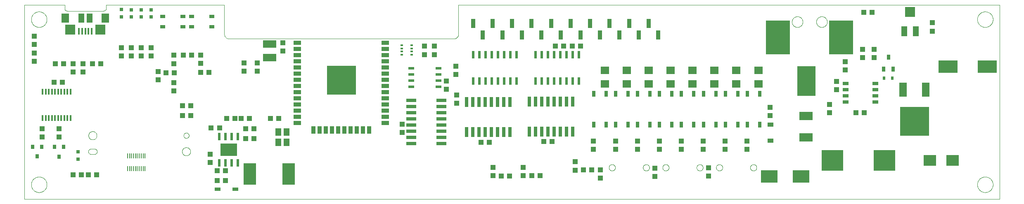
<source format=gtp>
G75*
%MOIN*%
%OFA0B0*%
%FSLAX25Y25*%
%IPPOS*%
%LPD*%
%AMOC8*
5,1,8,0,0,1.08239X$1,22.5*
%
%ADD10C,0.00000*%
%ADD11R,0.04331X0.03937*%
%ADD12R,0.03937X0.04331*%
%ADD13R,0.10630X0.06299*%
%ADD14R,0.01575X0.04500*%
%ADD15R,0.05906X0.03543*%
%ADD16R,0.03543X0.05906*%
%ADD17R,0.23622X0.23622*%
%ADD18R,0.03150X0.03937*%
%ADD19R,0.02362X0.03150*%
%ADD20R,0.17717X0.16535*%
%ADD21R,0.05000X0.02835*%
%ADD22R,0.09843X0.08661*%
%ADD23R,0.07874X0.07874*%
%ADD24R,0.05118X0.07874*%
%ADD25R,0.15748X0.09843*%
%ADD26R,0.03150X0.03543*%
%ADD27R,0.01575X0.05315*%
%ADD28R,0.08268X0.07874*%
%ADD29R,0.04724X0.07480*%
%ADD30R,0.06299X0.07480*%
%ADD31R,0.03150X0.03150*%
%ADD32R,0.04134X0.02559*%
%ADD33R,0.19685X0.27559*%
%ADD34R,0.14961X0.24016*%
%ADD35R,0.04803X0.03583*%
%ADD36R,0.01969X0.01378*%
%ADD37R,0.03150X0.04724*%
%ADD38R,0.07087X0.06299*%
%ADD39R,0.00787X0.04488*%
%ADD40R,0.02362X0.06102*%
%ADD41R,0.08000X0.02600*%
%ADD42R,0.03504X0.07283*%
%ADD43R,0.02600X0.08000*%
%ADD44R,0.06299X0.11811*%
%ADD45R,0.10630X0.07087*%
%ADD46R,0.10236X0.17717*%
%ADD47R,0.13819X0.10315*%
%ADD48R,0.02402X0.06299*%
%ADD49R,0.05118X0.05906*%
%ADD50R,0.04724X0.02362*%
%ADD51R,0.13780X0.09843*%
%ADD52R,0.04724X0.02756*%
D10*
X0060586Y0028959D02*
X0060586Y0186439D01*
X0093066Y0186439D01*
X0093066Y0183487D01*
X0093068Y0183401D01*
X0093073Y0183315D01*
X0093083Y0183230D01*
X0093096Y0183145D01*
X0093113Y0183061D01*
X0093133Y0182977D01*
X0093157Y0182895D01*
X0093185Y0182814D01*
X0093216Y0182733D01*
X0093250Y0182655D01*
X0093288Y0182578D01*
X0093330Y0182503D01*
X0093374Y0182429D01*
X0093422Y0182358D01*
X0093473Y0182288D01*
X0093527Y0182221D01*
X0093583Y0182157D01*
X0093643Y0182095D01*
X0093705Y0182035D01*
X0093769Y0181979D01*
X0093836Y0181925D01*
X0093906Y0181874D01*
X0093977Y0181826D01*
X0094051Y0181782D01*
X0094126Y0181740D01*
X0094203Y0181702D01*
X0094281Y0181668D01*
X0094362Y0181637D01*
X0094443Y0181609D01*
X0094525Y0181585D01*
X0094609Y0181565D01*
X0094693Y0181548D01*
X0094778Y0181535D01*
X0094863Y0181525D01*
X0094949Y0181520D01*
X0095035Y0181518D01*
X0124562Y0181518D01*
X0124648Y0181520D01*
X0124734Y0181525D01*
X0124819Y0181535D01*
X0124904Y0181548D01*
X0124988Y0181565D01*
X0125072Y0181585D01*
X0125154Y0181609D01*
X0125235Y0181637D01*
X0125316Y0181668D01*
X0125394Y0181702D01*
X0125471Y0181740D01*
X0125547Y0181782D01*
X0125620Y0181826D01*
X0125691Y0181874D01*
X0125761Y0181925D01*
X0125828Y0181979D01*
X0125892Y0182035D01*
X0125954Y0182095D01*
X0126014Y0182157D01*
X0126070Y0182221D01*
X0126124Y0182288D01*
X0126175Y0182358D01*
X0126223Y0182429D01*
X0126267Y0182503D01*
X0126309Y0182578D01*
X0126347Y0182655D01*
X0126381Y0182733D01*
X0126412Y0182814D01*
X0126440Y0182895D01*
X0126464Y0182977D01*
X0126484Y0183061D01*
X0126501Y0183145D01*
X0126514Y0183230D01*
X0126524Y0183315D01*
X0126529Y0183401D01*
X0126531Y0183487D01*
X0126531Y0186439D01*
X0222003Y0186439D01*
X0222003Y0162817D01*
X0222005Y0162693D01*
X0222011Y0162570D01*
X0222020Y0162446D01*
X0222034Y0162324D01*
X0222051Y0162201D01*
X0222073Y0162079D01*
X0222098Y0161958D01*
X0222127Y0161838D01*
X0222159Y0161719D01*
X0222196Y0161600D01*
X0222236Y0161483D01*
X0222279Y0161368D01*
X0222327Y0161253D01*
X0222378Y0161141D01*
X0222432Y0161030D01*
X0222490Y0160920D01*
X0222551Y0160813D01*
X0222616Y0160707D01*
X0222684Y0160604D01*
X0222755Y0160503D01*
X0222829Y0160404D01*
X0222906Y0160307D01*
X0222987Y0160213D01*
X0223070Y0160122D01*
X0223156Y0160033D01*
X0223245Y0159947D01*
X0223336Y0159864D01*
X0223430Y0159783D01*
X0223527Y0159706D01*
X0223626Y0159632D01*
X0223727Y0159561D01*
X0223830Y0159493D01*
X0223936Y0159428D01*
X0224043Y0159367D01*
X0224153Y0159309D01*
X0224264Y0159255D01*
X0224376Y0159204D01*
X0224491Y0159156D01*
X0224606Y0159113D01*
X0224723Y0159073D01*
X0224842Y0159036D01*
X0224961Y0159004D01*
X0225081Y0158975D01*
X0225202Y0158950D01*
X0225324Y0158928D01*
X0225447Y0158911D01*
X0225569Y0158897D01*
X0225693Y0158888D01*
X0225816Y0158882D01*
X0225940Y0158880D01*
X0407043Y0158880D01*
X0407167Y0158882D01*
X0407290Y0158888D01*
X0407414Y0158897D01*
X0407536Y0158911D01*
X0407659Y0158928D01*
X0407781Y0158950D01*
X0407902Y0158975D01*
X0408022Y0159004D01*
X0408141Y0159036D01*
X0408260Y0159073D01*
X0408377Y0159113D01*
X0408492Y0159156D01*
X0408607Y0159204D01*
X0408719Y0159255D01*
X0408830Y0159309D01*
X0408940Y0159367D01*
X0409047Y0159428D01*
X0409153Y0159493D01*
X0409256Y0159561D01*
X0409357Y0159632D01*
X0409456Y0159706D01*
X0409553Y0159783D01*
X0409647Y0159864D01*
X0409738Y0159947D01*
X0409827Y0160033D01*
X0409913Y0160122D01*
X0409996Y0160213D01*
X0410077Y0160307D01*
X0410154Y0160404D01*
X0410228Y0160503D01*
X0410299Y0160604D01*
X0410367Y0160707D01*
X0410432Y0160813D01*
X0410493Y0160920D01*
X0410551Y0161030D01*
X0410605Y0161141D01*
X0410656Y0161253D01*
X0410704Y0161368D01*
X0410747Y0161483D01*
X0410787Y0161600D01*
X0410824Y0161719D01*
X0410856Y0161838D01*
X0410885Y0161958D01*
X0410910Y0162079D01*
X0410932Y0162201D01*
X0410949Y0162324D01*
X0410963Y0162446D01*
X0410972Y0162570D01*
X0410978Y0162693D01*
X0410980Y0162817D01*
X0410980Y0186439D01*
X0847987Y0186439D01*
X0847987Y0028959D01*
X0060586Y0028959D01*
X0066098Y0040770D02*
X0066100Y0040928D01*
X0066106Y0041086D01*
X0066116Y0041244D01*
X0066130Y0041402D01*
X0066148Y0041559D01*
X0066169Y0041716D01*
X0066195Y0041872D01*
X0066225Y0042028D01*
X0066258Y0042183D01*
X0066296Y0042336D01*
X0066337Y0042489D01*
X0066382Y0042641D01*
X0066431Y0042792D01*
X0066484Y0042941D01*
X0066540Y0043089D01*
X0066600Y0043235D01*
X0066664Y0043380D01*
X0066732Y0043523D01*
X0066803Y0043665D01*
X0066877Y0043805D01*
X0066955Y0043942D01*
X0067037Y0044078D01*
X0067121Y0044212D01*
X0067210Y0044343D01*
X0067301Y0044472D01*
X0067396Y0044599D01*
X0067493Y0044724D01*
X0067594Y0044846D01*
X0067698Y0044965D01*
X0067805Y0045082D01*
X0067915Y0045196D01*
X0068028Y0045307D01*
X0068143Y0045416D01*
X0068261Y0045521D01*
X0068382Y0045623D01*
X0068505Y0045723D01*
X0068631Y0045819D01*
X0068759Y0045912D01*
X0068889Y0046002D01*
X0069022Y0046088D01*
X0069157Y0046172D01*
X0069293Y0046251D01*
X0069432Y0046328D01*
X0069573Y0046400D01*
X0069715Y0046470D01*
X0069859Y0046535D01*
X0070005Y0046597D01*
X0070152Y0046655D01*
X0070301Y0046710D01*
X0070451Y0046761D01*
X0070602Y0046808D01*
X0070754Y0046851D01*
X0070907Y0046890D01*
X0071062Y0046926D01*
X0071217Y0046957D01*
X0071373Y0046985D01*
X0071529Y0047009D01*
X0071686Y0047029D01*
X0071844Y0047045D01*
X0072001Y0047057D01*
X0072160Y0047065D01*
X0072318Y0047069D01*
X0072476Y0047069D01*
X0072634Y0047065D01*
X0072793Y0047057D01*
X0072950Y0047045D01*
X0073108Y0047029D01*
X0073265Y0047009D01*
X0073421Y0046985D01*
X0073577Y0046957D01*
X0073732Y0046926D01*
X0073887Y0046890D01*
X0074040Y0046851D01*
X0074192Y0046808D01*
X0074343Y0046761D01*
X0074493Y0046710D01*
X0074642Y0046655D01*
X0074789Y0046597D01*
X0074935Y0046535D01*
X0075079Y0046470D01*
X0075221Y0046400D01*
X0075362Y0046328D01*
X0075501Y0046251D01*
X0075637Y0046172D01*
X0075772Y0046088D01*
X0075905Y0046002D01*
X0076035Y0045912D01*
X0076163Y0045819D01*
X0076289Y0045723D01*
X0076412Y0045623D01*
X0076533Y0045521D01*
X0076651Y0045416D01*
X0076766Y0045307D01*
X0076879Y0045196D01*
X0076989Y0045082D01*
X0077096Y0044965D01*
X0077200Y0044846D01*
X0077301Y0044724D01*
X0077398Y0044599D01*
X0077493Y0044472D01*
X0077584Y0044343D01*
X0077673Y0044212D01*
X0077757Y0044078D01*
X0077839Y0043942D01*
X0077917Y0043805D01*
X0077991Y0043665D01*
X0078062Y0043523D01*
X0078130Y0043380D01*
X0078194Y0043235D01*
X0078254Y0043089D01*
X0078310Y0042941D01*
X0078363Y0042792D01*
X0078412Y0042641D01*
X0078457Y0042489D01*
X0078498Y0042336D01*
X0078536Y0042183D01*
X0078569Y0042028D01*
X0078599Y0041872D01*
X0078625Y0041716D01*
X0078646Y0041559D01*
X0078664Y0041402D01*
X0078678Y0041244D01*
X0078688Y0041086D01*
X0078694Y0040928D01*
X0078696Y0040770D01*
X0078694Y0040612D01*
X0078688Y0040454D01*
X0078678Y0040296D01*
X0078664Y0040138D01*
X0078646Y0039981D01*
X0078625Y0039824D01*
X0078599Y0039668D01*
X0078569Y0039512D01*
X0078536Y0039357D01*
X0078498Y0039204D01*
X0078457Y0039051D01*
X0078412Y0038899D01*
X0078363Y0038748D01*
X0078310Y0038599D01*
X0078254Y0038451D01*
X0078194Y0038305D01*
X0078130Y0038160D01*
X0078062Y0038017D01*
X0077991Y0037875D01*
X0077917Y0037735D01*
X0077839Y0037598D01*
X0077757Y0037462D01*
X0077673Y0037328D01*
X0077584Y0037197D01*
X0077493Y0037068D01*
X0077398Y0036941D01*
X0077301Y0036816D01*
X0077200Y0036694D01*
X0077096Y0036575D01*
X0076989Y0036458D01*
X0076879Y0036344D01*
X0076766Y0036233D01*
X0076651Y0036124D01*
X0076533Y0036019D01*
X0076412Y0035917D01*
X0076289Y0035817D01*
X0076163Y0035721D01*
X0076035Y0035628D01*
X0075905Y0035538D01*
X0075772Y0035452D01*
X0075637Y0035368D01*
X0075501Y0035289D01*
X0075362Y0035212D01*
X0075221Y0035140D01*
X0075079Y0035070D01*
X0074935Y0035005D01*
X0074789Y0034943D01*
X0074642Y0034885D01*
X0074493Y0034830D01*
X0074343Y0034779D01*
X0074192Y0034732D01*
X0074040Y0034689D01*
X0073887Y0034650D01*
X0073732Y0034614D01*
X0073577Y0034583D01*
X0073421Y0034555D01*
X0073265Y0034531D01*
X0073108Y0034511D01*
X0072950Y0034495D01*
X0072793Y0034483D01*
X0072634Y0034475D01*
X0072476Y0034471D01*
X0072318Y0034471D01*
X0072160Y0034475D01*
X0072001Y0034483D01*
X0071844Y0034495D01*
X0071686Y0034511D01*
X0071529Y0034531D01*
X0071373Y0034555D01*
X0071217Y0034583D01*
X0071062Y0034614D01*
X0070907Y0034650D01*
X0070754Y0034689D01*
X0070602Y0034732D01*
X0070451Y0034779D01*
X0070301Y0034830D01*
X0070152Y0034885D01*
X0070005Y0034943D01*
X0069859Y0035005D01*
X0069715Y0035070D01*
X0069573Y0035140D01*
X0069432Y0035212D01*
X0069293Y0035289D01*
X0069157Y0035368D01*
X0069022Y0035452D01*
X0068889Y0035538D01*
X0068759Y0035628D01*
X0068631Y0035721D01*
X0068505Y0035817D01*
X0068382Y0035917D01*
X0068261Y0036019D01*
X0068143Y0036124D01*
X0068028Y0036233D01*
X0067915Y0036344D01*
X0067805Y0036458D01*
X0067698Y0036575D01*
X0067594Y0036694D01*
X0067493Y0036816D01*
X0067396Y0036941D01*
X0067301Y0037068D01*
X0067210Y0037197D01*
X0067121Y0037328D01*
X0067037Y0037462D01*
X0066955Y0037598D01*
X0066877Y0037735D01*
X0066803Y0037875D01*
X0066732Y0038017D01*
X0066664Y0038160D01*
X0066600Y0038305D01*
X0066540Y0038451D01*
X0066484Y0038599D01*
X0066431Y0038748D01*
X0066382Y0038899D01*
X0066337Y0039051D01*
X0066296Y0039204D01*
X0066258Y0039357D01*
X0066225Y0039512D01*
X0066195Y0039668D01*
X0066169Y0039824D01*
X0066148Y0039981D01*
X0066130Y0040138D01*
X0066116Y0040296D01*
X0066106Y0040454D01*
X0066100Y0040612D01*
X0066098Y0040770D01*
X0114326Y0065376D02*
X0117082Y0065376D01*
X0117082Y0065377D02*
X0117174Y0065379D01*
X0117266Y0065385D01*
X0117357Y0065395D01*
X0117448Y0065408D01*
X0117538Y0065426D01*
X0117628Y0065447D01*
X0117716Y0065472D01*
X0117803Y0065501D01*
X0117889Y0065533D01*
X0117974Y0065569D01*
X0118057Y0065609D01*
X0118138Y0065652D01*
X0118217Y0065698D01*
X0118294Y0065748D01*
X0118369Y0065801D01*
X0118442Y0065858D01*
X0118512Y0065917D01*
X0118580Y0065979D01*
X0118645Y0066044D01*
X0118707Y0066112D01*
X0118766Y0066182D01*
X0118823Y0066255D01*
X0118876Y0066330D01*
X0118926Y0066407D01*
X0118972Y0066486D01*
X0119015Y0066567D01*
X0119055Y0066650D01*
X0119091Y0066735D01*
X0119123Y0066821D01*
X0119152Y0066908D01*
X0119177Y0066996D01*
X0119198Y0067086D01*
X0119216Y0067176D01*
X0119229Y0067267D01*
X0119239Y0067358D01*
X0119245Y0067450D01*
X0119247Y0067542D01*
X0119245Y0067634D01*
X0119239Y0067726D01*
X0119229Y0067817D01*
X0119216Y0067908D01*
X0119198Y0067998D01*
X0119177Y0068088D01*
X0119152Y0068176D01*
X0119123Y0068263D01*
X0119091Y0068349D01*
X0119055Y0068434D01*
X0119015Y0068517D01*
X0118972Y0068598D01*
X0118926Y0068677D01*
X0118876Y0068754D01*
X0118823Y0068829D01*
X0118766Y0068902D01*
X0118707Y0068972D01*
X0118645Y0069040D01*
X0118580Y0069105D01*
X0118512Y0069167D01*
X0118442Y0069226D01*
X0118369Y0069283D01*
X0118294Y0069336D01*
X0118217Y0069386D01*
X0118138Y0069432D01*
X0118057Y0069475D01*
X0117974Y0069515D01*
X0117889Y0069551D01*
X0117803Y0069583D01*
X0117716Y0069612D01*
X0117628Y0069637D01*
X0117538Y0069658D01*
X0117448Y0069676D01*
X0117357Y0069689D01*
X0117266Y0069699D01*
X0117174Y0069705D01*
X0117082Y0069707D01*
X0114326Y0069707D01*
X0114326Y0069708D02*
X0114234Y0069702D01*
X0114143Y0069692D01*
X0114052Y0069678D01*
X0113962Y0069660D01*
X0113873Y0069639D01*
X0113784Y0069613D01*
X0113697Y0069584D01*
X0113611Y0069552D01*
X0113527Y0069516D01*
X0113444Y0069476D01*
X0113363Y0069433D01*
X0113284Y0069386D01*
X0113207Y0069336D01*
X0113132Y0069283D01*
X0113059Y0069226D01*
X0112989Y0069167D01*
X0112922Y0069105D01*
X0112857Y0069040D01*
X0112795Y0068972D01*
X0112735Y0068902D01*
X0112679Y0068829D01*
X0112626Y0068754D01*
X0112577Y0068677D01*
X0112530Y0068598D01*
X0112487Y0068516D01*
X0112448Y0068433D01*
X0112412Y0068349D01*
X0112379Y0068263D01*
X0112351Y0068176D01*
X0112326Y0068087D01*
X0112304Y0067998D01*
X0112287Y0067908D01*
X0112273Y0067817D01*
X0112264Y0067726D01*
X0112258Y0067634D01*
X0112256Y0067542D01*
X0112258Y0067450D01*
X0112264Y0067358D01*
X0112273Y0067267D01*
X0112287Y0067176D01*
X0112304Y0067086D01*
X0112326Y0066997D01*
X0112351Y0066908D01*
X0112379Y0066821D01*
X0112412Y0066735D01*
X0112448Y0066651D01*
X0112487Y0066568D01*
X0112530Y0066486D01*
X0112577Y0066407D01*
X0112626Y0066330D01*
X0112679Y0066255D01*
X0112735Y0066182D01*
X0112795Y0066112D01*
X0112857Y0066044D01*
X0112922Y0065979D01*
X0112989Y0065917D01*
X0113059Y0065858D01*
X0113132Y0065801D01*
X0113207Y0065748D01*
X0113284Y0065698D01*
X0113363Y0065651D01*
X0113444Y0065608D01*
X0113527Y0065568D01*
X0113611Y0065532D01*
X0113697Y0065500D01*
X0113784Y0065471D01*
X0113873Y0065445D01*
X0113962Y0065424D01*
X0114052Y0065406D01*
X0114143Y0065392D01*
X0114234Y0065382D01*
X0114326Y0065376D01*
X0112358Y0080534D02*
X0112360Y0080649D01*
X0112366Y0080765D01*
X0112376Y0080880D01*
X0112390Y0080995D01*
X0112408Y0081109D01*
X0112430Y0081222D01*
X0112455Y0081335D01*
X0112485Y0081446D01*
X0112518Y0081557D01*
X0112555Y0081666D01*
X0112596Y0081774D01*
X0112641Y0081881D01*
X0112689Y0081986D01*
X0112741Y0082089D01*
X0112797Y0082190D01*
X0112856Y0082290D01*
X0112918Y0082387D01*
X0112984Y0082482D01*
X0113052Y0082575D01*
X0113124Y0082665D01*
X0113199Y0082753D01*
X0113278Y0082838D01*
X0113359Y0082920D01*
X0113442Y0083000D01*
X0113529Y0083076D01*
X0113618Y0083150D01*
X0113709Y0083220D01*
X0113803Y0083288D01*
X0113899Y0083352D01*
X0113998Y0083412D01*
X0114098Y0083469D01*
X0114200Y0083523D01*
X0114304Y0083573D01*
X0114410Y0083620D01*
X0114517Y0083663D01*
X0114626Y0083702D01*
X0114736Y0083737D01*
X0114847Y0083768D01*
X0114959Y0083796D01*
X0115072Y0083820D01*
X0115186Y0083840D01*
X0115301Y0083856D01*
X0115416Y0083868D01*
X0115531Y0083876D01*
X0115646Y0083880D01*
X0115762Y0083880D01*
X0115877Y0083876D01*
X0115992Y0083868D01*
X0116107Y0083856D01*
X0116222Y0083840D01*
X0116336Y0083820D01*
X0116449Y0083796D01*
X0116561Y0083768D01*
X0116672Y0083737D01*
X0116782Y0083702D01*
X0116891Y0083663D01*
X0116998Y0083620D01*
X0117104Y0083573D01*
X0117208Y0083523D01*
X0117310Y0083469D01*
X0117410Y0083412D01*
X0117509Y0083352D01*
X0117605Y0083288D01*
X0117699Y0083220D01*
X0117790Y0083150D01*
X0117879Y0083076D01*
X0117966Y0083000D01*
X0118049Y0082920D01*
X0118130Y0082838D01*
X0118209Y0082753D01*
X0118284Y0082665D01*
X0118356Y0082575D01*
X0118424Y0082482D01*
X0118490Y0082387D01*
X0118552Y0082290D01*
X0118611Y0082190D01*
X0118667Y0082089D01*
X0118719Y0081986D01*
X0118767Y0081881D01*
X0118812Y0081774D01*
X0118853Y0081666D01*
X0118890Y0081557D01*
X0118923Y0081446D01*
X0118953Y0081335D01*
X0118978Y0081222D01*
X0119000Y0081109D01*
X0119018Y0080995D01*
X0119032Y0080880D01*
X0119042Y0080765D01*
X0119048Y0080649D01*
X0119050Y0080534D01*
X0119048Y0080419D01*
X0119042Y0080303D01*
X0119032Y0080188D01*
X0119018Y0080073D01*
X0119000Y0079959D01*
X0118978Y0079846D01*
X0118953Y0079733D01*
X0118923Y0079622D01*
X0118890Y0079511D01*
X0118853Y0079402D01*
X0118812Y0079294D01*
X0118767Y0079187D01*
X0118719Y0079082D01*
X0118667Y0078979D01*
X0118611Y0078878D01*
X0118552Y0078778D01*
X0118490Y0078681D01*
X0118424Y0078586D01*
X0118356Y0078493D01*
X0118284Y0078403D01*
X0118209Y0078315D01*
X0118130Y0078230D01*
X0118049Y0078148D01*
X0117966Y0078068D01*
X0117879Y0077992D01*
X0117790Y0077918D01*
X0117699Y0077848D01*
X0117605Y0077780D01*
X0117509Y0077716D01*
X0117410Y0077656D01*
X0117310Y0077599D01*
X0117208Y0077545D01*
X0117104Y0077495D01*
X0116998Y0077448D01*
X0116891Y0077405D01*
X0116782Y0077366D01*
X0116672Y0077331D01*
X0116561Y0077300D01*
X0116449Y0077272D01*
X0116336Y0077248D01*
X0116222Y0077228D01*
X0116107Y0077212D01*
X0115992Y0077200D01*
X0115877Y0077192D01*
X0115762Y0077188D01*
X0115646Y0077188D01*
X0115531Y0077192D01*
X0115416Y0077200D01*
X0115301Y0077212D01*
X0115186Y0077228D01*
X0115072Y0077248D01*
X0114959Y0077272D01*
X0114847Y0077300D01*
X0114736Y0077331D01*
X0114626Y0077366D01*
X0114517Y0077405D01*
X0114410Y0077448D01*
X0114304Y0077495D01*
X0114200Y0077545D01*
X0114098Y0077599D01*
X0113998Y0077656D01*
X0113899Y0077716D01*
X0113803Y0077780D01*
X0113709Y0077848D01*
X0113618Y0077918D01*
X0113529Y0077992D01*
X0113442Y0078068D01*
X0113359Y0078148D01*
X0113278Y0078230D01*
X0113199Y0078315D01*
X0113124Y0078403D01*
X0113052Y0078493D01*
X0112984Y0078586D01*
X0112918Y0078681D01*
X0112856Y0078778D01*
X0112797Y0078878D01*
X0112741Y0078979D01*
X0112689Y0079082D01*
X0112641Y0079187D01*
X0112596Y0079294D01*
X0112555Y0079402D01*
X0112518Y0079511D01*
X0112485Y0079622D01*
X0112455Y0079733D01*
X0112430Y0079846D01*
X0112408Y0079959D01*
X0112390Y0080073D01*
X0112376Y0080188D01*
X0112366Y0080303D01*
X0112360Y0080419D01*
X0112358Y0080534D01*
X0189130Y0080534D02*
X0189132Y0080627D01*
X0189138Y0080719D01*
X0189148Y0080811D01*
X0189162Y0080902D01*
X0189179Y0080993D01*
X0189201Y0081083D01*
X0189226Y0081172D01*
X0189255Y0081260D01*
X0189288Y0081346D01*
X0189325Y0081431D01*
X0189365Y0081515D01*
X0189409Y0081596D01*
X0189456Y0081676D01*
X0189506Y0081754D01*
X0189560Y0081829D01*
X0189617Y0081902D01*
X0189677Y0081972D01*
X0189740Y0082040D01*
X0189806Y0082105D01*
X0189874Y0082167D01*
X0189945Y0082227D01*
X0190019Y0082283D01*
X0190095Y0082336D01*
X0190173Y0082385D01*
X0190253Y0082432D01*
X0190335Y0082474D01*
X0190419Y0082514D01*
X0190504Y0082549D01*
X0190591Y0082581D01*
X0190679Y0082610D01*
X0190768Y0082634D01*
X0190858Y0082655D01*
X0190949Y0082671D01*
X0191041Y0082684D01*
X0191133Y0082693D01*
X0191226Y0082698D01*
X0191318Y0082699D01*
X0191411Y0082696D01*
X0191503Y0082689D01*
X0191595Y0082678D01*
X0191686Y0082663D01*
X0191777Y0082645D01*
X0191867Y0082622D01*
X0191955Y0082596D01*
X0192043Y0082566D01*
X0192129Y0082532D01*
X0192213Y0082495D01*
X0192296Y0082453D01*
X0192377Y0082409D01*
X0192457Y0082361D01*
X0192534Y0082310D01*
X0192608Y0082255D01*
X0192681Y0082197D01*
X0192751Y0082137D01*
X0192818Y0082073D01*
X0192882Y0082007D01*
X0192944Y0081937D01*
X0193002Y0081866D01*
X0193057Y0081792D01*
X0193109Y0081715D01*
X0193158Y0081636D01*
X0193204Y0081556D01*
X0193246Y0081473D01*
X0193284Y0081389D01*
X0193319Y0081303D01*
X0193350Y0081216D01*
X0193377Y0081128D01*
X0193400Y0081038D01*
X0193420Y0080948D01*
X0193436Y0080857D01*
X0193448Y0080765D01*
X0193456Y0080673D01*
X0193460Y0080580D01*
X0193460Y0080488D01*
X0193456Y0080395D01*
X0193448Y0080303D01*
X0193436Y0080211D01*
X0193420Y0080120D01*
X0193400Y0080030D01*
X0193377Y0079940D01*
X0193350Y0079852D01*
X0193319Y0079765D01*
X0193284Y0079679D01*
X0193246Y0079595D01*
X0193204Y0079512D01*
X0193158Y0079432D01*
X0193109Y0079353D01*
X0193057Y0079276D01*
X0193002Y0079202D01*
X0192944Y0079131D01*
X0192882Y0079061D01*
X0192818Y0078995D01*
X0192751Y0078931D01*
X0192681Y0078871D01*
X0192608Y0078813D01*
X0192534Y0078758D01*
X0192457Y0078707D01*
X0192378Y0078659D01*
X0192296Y0078615D01*
X0192213Y0078573D01*
X0192129Y0078536D01*
X0192043Y0078502D01*
X0191955Y0078472D01*
X0191867Y0078446D01*
X0191777Y0078423D01*
X0191686Y0078405D01*
X0191595Y0078390D01*
X0191503Y0078379D01*
X0191411Y0078372D01*
X0191318Y0078369D01*
X0191226Y0078370D01*
X0191133Y0078375D01*
X0191041Y0078384D01*
X0190949Y0078397D01*
X0190858Y0078413D01*
X0190768Y0078434D01*
X0190679Y0078458D01*
X0190591Y0078487D01*
X0190504Y0078519D01*
X0190419Y0078554D01*
X0190335Y0078594D01*
X0190253Y0078636D01*
X0190173Y0078683D01*
X0190095Y0078732D01*
X0190019Y0078785D01*
X0189945Y0078841D01*
X0189874Y0078901D01*
X0189806Y0078963D01*
X0189740Y0079028D01*
X0189677Y0079096D01*
X0189617Y0079166D01*
X0189560Y0079239D01*
X0189506Y0079314D01*
X0189456Y0079392D01*
X0189409Y0079472D01*
X0189365Y0079553D01*
X0189325Y0079637D01*
X0189288Y0079722D01*
X0189255Y0079808D01*
X0189226Y0079896D01*
X0189201Y0079985D01*
X0189179Y0080075D01*
X0189162Y0080166D01*
X0189148Y0080257D01*
X0189138Y0080349D01*
X0189132Y0080441D01*
X0189130Y0080534D01*
X0187949Y0067542D02*
X0187951Y0067657D01*
X0187957Y0067773D01*
X0187967Y0067888D01*
X0187981Y0068003D01*
X0187999Y0068117D01*
X0188021Y0068230D01*
X0188046Y0068343D01*
X0188076Y0068454D01*
X0188109Y0068565D01*
X0188146Y0068674D01*
X0188187Y0068782D01*
X0188232Y0068889D01*
X0188280Y0068994D01*
X0188332Y0069097D01*
X0188388Y0069198D01*
X0188447Y0069298D01*
X0188509Y0069395D01*
X0188575Y0069490D01*
X0188643Y0069583D01*
X0188715Y0069673D01*
X0188790Y0069761D01*
X0188869Y0069846D01*
X0188950Y0069928D01*
X0189033Y0070008D01*
X0189120Y0070084D01*
X0189209Y0070158D01*
X0189300Y0070228D01*
X0189394Y0070296D01*
X0189490Y0070360D01*
X0189589Y0070420D01*
X0189689Y0070477D01*
X0189791Y0070531D01*
X0189895Y0070581D01*
X0190001Y0070628D01*
X0190108Y0070671D01*
X0190217Y0070710D01*
X0190327Y0070745D01*
X0190438Y0070776D01*
X0190550Y0070804D01*
X0190663Y0070828D01*
X0190777Y0070848D01*
X0190892Y0070864D01*
X0191007Y0070876D01*
X0191122Y0070884D01*
X0191237Y0070888D01*
X0191353Y0070888D01*
X0191468Y0070884D01*
X0191583Y0070876D01*
X0191698Y0070864D01*
X0191813Y0070848D01*
X0191927Y0070828D01*
X0192040Y0070804D01*
X0192152Y0070776D01*
X0192263Y0070745D01*
X0192373Y0070710D01*
X0192482Y0070671D01*
X0192589Y0070628D01*
X0192695Y0070581D01*
X0192799Y0070531D01*
X0192901Y0070477D01*
X0193001Y0070420D01*
X0193100Y0070360D01*
X0193196Y0070296D01*
X0193290Y0070228D01*
X0193381Y0070158D01*
X0193470Y0070084D01*
X0193557Y0070008D01*
X0193640Y0069928D01*
X0193721Y0069846D01*
X0193800Y0069761D01*
X0193875Y0069673D01*
X0193947Y0069583D01*
X0194015Y0069490D01*
X0194081Y0069395D01*
X0194143Y0069298D01*
X0194202Y0069198D01*
X0194258Y0069097D01*
X0194310Y0068994D01*
X0194358Y0068889D01*
X0194403Y0068782D01*
X0194444Y0068674D01*
X0194481Y0068565D01*
X0194514Y0068454D01*
X0194544Y0068343D01*
X0194569Y0068230D01*
X0194591Y0068117D01*
X0194609Y0068003D01*
X0194623Y0067888D01*
X0194633Y0067773D01*
X0194639Y0067657D01*
X0194641Y0067542D01*
X0194639Y0067427D01*
X0194633Y0067311D01*
X0194623Y0067196D01*
X0194609Y0067081D01*
X0194591Y0066967D01*
X0194569Y0066854D01*
X0194544Y0066741D01*
X0194514Y0066630D01*
X0194481Y0066519D01*
X0194444Y0066410D01*
X0194403Y0066302D01*
X0194358Y0066195D01*
X0194310Y0066090D01*
X0194258Y0065987D01*
X0194202Y0065886D01*
X0194143Y0065786D01*
X0194081Y0065689D01*
X0194015Y0065594D01*
X0193947Y0065501D01*
X0193875Y0065411D01*
X0193800Y0065323D01*
X0193721Y0065238D01*
X0193640Y0065156D01*
X0193557Y0065076D01*
X0193470Y0065000D01*
X0193381Y0064926D01*
X0193290Y0064856D01*
X0193196Y0064788D01*
X0193100Y0064724D01*
X0193001Y0064664D01*
X0192901Y0064607D01*
X0192799Y0064553D01*
X0192695Y0064503D01*
X0192589Y0064456D01*
X0192482Y0064413D01*
X0192373Y0064374D01*
X0192263Y0064339D01*
X0192152Y0064308D01*
X0192040Y0064280D01*
X0191927Y0064256D01*
X0191813Y0064236D01*
X0191698Y0064220D01*
X0191583Y0064208D01*
X0191468Y0064200D01*
X0191353Y0064196D01*
X0191237Y0064196D01*
X0191122Y0064200D01*
X0191007Y0064208D01*
X0190892Y0064220D01*
X0190777Y0064236D01*
X0190663Y0064256D01*
X0190550Y0064280D01*
X0190438Y0064308D01*
X0190327Y0064339D01*
X0190217Y0064374D01*
X0190108Y0064413D01*
X0190001Y0064456D01*
X0189895Y0064503D01*
X0189791Y0064553D01*
X0189689Y0064607D01*
X0189589Y0064664D01*
X0189490Y0064724D01*
X0189394Y0064788D01*
X0189300Y0064856D01*
X0189209Y0064926D01*
X0189120Y0065000D01*
X0189033Y0065076D01*
X0188950Y0065156D01*
X0188869Y0065238D01*
X0188790Y0065323D01*
X0188715Y0065411D01*
X0188643Y0065501D01*
X0188575Y0065594D01*
X0188509Y0065689D01*
X0188447Y0065786D01*
X0188388Y0065886D01*
X0188332Y0065987D01*
X0188280Y0066090D01*
X0188232Y0066195D01*
X0188187Y0066302D01*
X0188146Y0066410D01*
X0188109Y0066519D01*
X0188076Y0066630D01*
X0188046Y0066741D01*
X0188021Y0066854D01*
X0187999Y0066967D01*
X0187981Y0067081D01*
X0187967Y0067196D01*
X0187957Y0067311D01*
X0187951Y0067427D01*
X0187949Y0067542D01*
X0066098Y0174628D02*
X0066100Y0174786D01*
X0066106Y0174944D01*
X0066116Y0175102D01*
X0066130Y0175260D01*
X0066148Y0175417D01*
X0066169Y0175574D01*
X0066195Y0175730D01*
X0066225Y0175886D01*
X0066258Y0176041D01*
X0066296Y0176194D01*
X0066337Y0176347D01*
X0066382Y0176499D01*
X0066431Y0176650D01*
X0066484Y0176799D01*
X0066540Y0176947D01*
X0066600Y0177093D01*
X0066664Y0177238D01*
X0066732Y0177381D01*
X0066803Y0177523D01*
X0066877Y0177663D01*
X0066955Y0177800D01*
X0067037Y0177936D01*
X0067121Y0178070D01*
X0067210Y0178201D01*
X0067301Y0178330D01*
X0067396Y0178457D01*
X0067493Y0178582D01*
X0067594Y0178704D01*
X0067698Y0178823D01*
X0067805Y0178940D01*
X0067915Y0179054D01*
X0068028Y0179165D01*
X0068143Y0179274D01*
X0068261Y0179379D01*
X0068382Y0179481D01*
X0068505Y0179581D01*
X0068631Y0179677D01*
X0068759Y0179770D01*
X0068889Y0179860D01*
X0069022Y0179946D01*
X0069157Y0180030D01*
X0069293Y0180109D01*
X0069432Y0180186D01*
X0069573Y0180258D01*
X0069715Y0180328D01*
X0069859Y0180393D01*
X0070005Y0180455D01*
X0070152Y0180513D01*
X0070301Y0180568D01*
X0070451Y0180619D01*
X0070602Y0180666D01*
X0070754Y0180709D01*
X0070907Y0180748D01*
X0071062Y0180784D01*
X0071217Y0180815D01*
X0071373Y0180843D01*
X0071529Y0180867D01*
X0071686Y0180887D01*
X0071844Y0180903D01*
X0072001Y0180915D01*
X0072160Y0180923D01*
X0072318Y0180927D01*
X0072476Y0180927D01*
X0072634Y0180923D01*
X0072793Y0180915D01*
X0072950Y0180903D01*
X0073108Y0180887D01*
X0073265Y0180867D01*
X0073421Y0180843D01*
X0073577Y0180815D01*
X0073732Y0180784D01*
X0073887Y0180748D01*
X0074040Y0180709D01*
X0074192Y0180666D01*
X0074343Y0180619D01*
X0074493Y0180568D01*
X0074642Y0180513D01*
X0074789Y0180455D01*
X0074935Y0180393D01*
X0075079Y0180328D01*
X0075221Y0180258D01*
X0075362Y0180186D01*
X0075501Y0180109D01*
X0075637Y0180030D01*
X0075772Y0179946D01*
X0075905Y0179860D01*
X0076035Y0179770D01*
X0076163Y0179677D01*
X0076289Y0179581D01*
X0076412Y0179481D01*
X0076533Y0179379D01*
X0076651Y0179274D01*
X0076766Y0179165D01*
X0076879Y0179054D01*
X0076989Y0178940D01*
X0077096Y0178823D01*
X0077200Y0178704D01*
X0077301Y0178582D01*
X0077398Y0178457D01*
X0077493Y0178330D01*
X0077584Y0178201D01*
X0077673Y0178070D01*
X0077757Y0177936D01*
X0077839Y0177800D01*
X0077917Y0177663D01*
X0077991Y0177523D01*
X0078062Y0177381D01*
X0078130Y0177238D01*
X0078194Y0177093D01*
X0078254Y0176947D01*
X0078310Y0176799D01*
X0078363Y0176650D01*
X0078412Y0176499D01*
X0078457Y0176347D01*
X0078498Y0176194D01*
X0078536Y0176041D01*
X0078569Y0175886D01*
X0078599Y0175730D01*
X0078625Y0175574D01*
X0078646Y0175417D01*
X0078664Y0175260D01*
X0078678Y0175102D01*
X0078688Y0174944D01*
X0078694Y0174786D01*
X0078696Y0174628D01*
X0078694Y0174470D01*
X0078688Y0174312D01*
X0078678Y0174154D01*
X0078664Y0173996D01*
X0078646Y0173839D01*
X0078625Y0173682D01*
X0078599Y0173526D01*
X0078569Y0173370D01*
X0078536Y0173215D01*
X0078498Y0173062D01*
X0078457Y0172909D01*
X0078412Y0172757D01*
X0078363Y0172606D01*
X0078310Y0172457D01*
X0078254Y0172309D01*
X0078194Y0172163D01*
X0078130Y0172018D01*
X0078062Y0171875D01*
X0077991Y0171733D01*
X0077917Y0171593D01*
X0077839Y0171456D01*
X0077757Y0171320D01*
X0077673Y0171186D01*
X0077584Y0171055D01*
X0077493Y0170926D01*
X0077398Y0170799D01*
X0077301Y0170674D01*
X0077200Y0170552D01*
X0077096Y0170433D01*
X0076989Y0170316D01*
X0076879Y0170202D01*
X0076766Y0170091D01*
X0076651Y0169982D01*
X0076533Y0169877D01*
X0076412Y0169775D01*
X0076289Y0169675D01*
X0076163Y0169579D01*
X0076035Y0169486D01*
X0075905Y0169396D01*
X0075772Y0169310D01*
X0075637Y0169226D01*
X0075501Y0169147D01*
X0075362Y0169070D01*
X0075221Y0168998D01*
X0075079Y0168928D01*
X0074935Y0168863D01*
X0074789Y0168801D01*
X0074642Y0168743D01*
X0074493Y0168688D01*
X0074343Y0168637D01*
X0074192Y0168590D01*
X0074040Y0168547D01*
X0073887Y0168508D01*
X0073732Y0168472D01*
X0073577Y0168441D01*
X0073421Y0168413D01*
X0073265Y0168389D01*
X0073108Y0168369D01*
X0072950Y0168353D01*
X0072793Y0168341D01*
X0072634Y0168333D01*
X0072476Y0168329D01*
X0072318Y0168329D01*
X0072160Y0168333D01*
X0072001Y0168341D01*
X0071844Y0168353D01*
X0071686Y0168369D01*
X0071529Y0168389D01*
X0071373Y0168413D01*
X0071217Y0168441D01*
X0071062Y0168472D01*
X0070907Y0168508D01*
X0070754Y0168547D01*
X0070602Y0168590D01*
X0070451Y0168637D01*
X0070301Y0168688D01*
X0070152Y0168743D01*
X0070005Y0168801D01*
X0069859Y0168863D01*
X0069715Y0168928D01*
X0069573Y0168998D01*
X0069432Y0169070D01*
X0069293Y0169147D01*
X0069157Y0169226D01*
X0069022Y0169310D01*
X0068889Y0169396D01*
X0068759Y0169486D01*
X0068631Y0169579D01*
X0068505Y0169675D01*
X0068382Y0169775D01*
X0068261Y0169877D01*
X0068143Y0169982D01*
X0068028Y0170091D01*
X0067915Y0170202D01*
X0067805Y0170316D01*
X0067698Y0170433D01*
X0067594Y0170552D01*
X0067493Y0170674D01*
X0067396Y0170799D01*
X0067301Y0170926D01*
X0067210Y0171055D01*
X0067121Y0171186D01*
X0067037Y0171320D01*
X0066955Y0171456D01*
X0066877Y0171593D01*
X0066803Y0171733D01*
X0066732Y0171875D01*
X0066664Y0172018D01*
X0066600Y0172163D01*
X0066540Y0172309D01*
X0066484Y0172457D01*
X0066431Y0172606D01*
X0066382Y0172757D01*
X0066337Y0172909D01*
X0066296Y0173062D01*
X0066258Y0173215D01*
X0066225Y0173370D01*
X0066195Y0173526D01*
X0066169Y0173682D01*
X0066148Y0173839D01*
X0066130Y0173996D01*
X0066116Y0174154D01*
X0066106Y0174312D01*
X0066100Y0174470D01*
X0066098Y0174628D01*
X0532436Y0054550D02*
X0532438Y0054651D01*
X0532444Y0054752D01*
X0532454Y0054853D01*
X0532468Y0054953D01*
X0532486Y0055052D01*
X0532508Y0055151D01*
X0532533Y0055249D01*
X0532563Y0055346D01*
X0532596Y0055441D01*
X0532633Y0055535D01*
X0532674Y0055628D01*
X0532718Y0055719D01*
X0532766Y0055808D01*
X0532818Y0055895D01*
X0532873Y0055980D01*
X0532931Y0056062D01*
X0532992Y0056143D01*
X0533057Y0056221D01*
X0533124Y0056296D01*
X0533194Y0056368D01*
X0533268Y0056438D01*
X0533344Y0056505D01*
X0533422Y0056569D01*
X0533503Y0056629D01*
X0533586Y0056686D01*
X0533672Y0056740D01*
X0533760Y0056791D01*
X0533849Y0056838D01*
X0533940Y0056882D01*
X0534033Y0056921D01*
X0534128Y0056958D01*
X0534223Y0056990D01*
X0534320Y0057019D01*
X0534419Y0057043D01*
X0534517Y0057064D01*
X0534617Y0057081D01*
X0534717Y0057094D01*
X0534818Y0057103D01*
X0534919Y0057108D01*
X0535020Y0057109D01*
X0535121Y0057106D01*
X0535222Y0057099D01*
X0535323Y0057088D01*
X0535423Y0057073D01*
X0535522Y0057054D01*
X0535621Y0057031D01*
X0535718Y0057005D01*
X0535815Y0056974D01*
X0535910Y0056940D01*
X0536003Y0056902D01*
X0536096Y0056860D01*
X0536186Y0056815D01*
X0536275Y0056766D01*
X0536361Y0056714D01*
X0536445Y0056658D01*
X0536528Y0056599D01*
X0536607Y0056537D01*
X0536685Y0056472D01*
X0536759Y0056404D01*
X0536831Y0056332D01*
X0536900Y0056259D01*
X0536966Y0056182D01*
X0537029Y0056103D01*
X0537089Y0056021D01*
X0537145Y0055937D01*
X0537198Y0055851D01*
X0537248Y0055763D01*
X0537294Y0055673D01*
X0537337Y0055582D01*
X0537376Y0055488D01*
X0537411Y0055393D01*
X0537442Y0055297D01*
X0537470Y0055200D01*
X0537494Y0055102D01*
X0537514Y0055003D01*
X0537530Y0054903D01*
X0537542Y0054802D01*
X0537550Y0054702D01*
X0537554Y0054601D01*
X0537554Y0054499D01*
X0537550Y0054398D01*
X0537542Y0054298D01*
X0537530Y0054197D01*
X0537514Y0054097D01*
X0537494Y0053998D01*
X0537470Y0053900D01*
X0537442Y0053803D01*
X0537411Y0053707D01*
X0537376Y0053612D01*
X0537337Y0053518D01*
X0537294Y0053427D01*
X0537248Y0053337D01*
X0537198Y0053249D01*
X0537145Y0053163D01*
X0537089Y0053079D01*
X0537029Y0052997D01*
X0536966Y0052918D01*
X0536900Y0052841D01*
X0536831Y0052768D01*
X0536759Y0052696D01*
X0536685Y0052628D01*
X0536607Y0052563D01*
X0536528Y0052501D01*
X0536445Y0052442D01*
X0536361Y0052386D01*
X0536274Y0052334D01*
X0536186Y0052285D01*
X0536096Y0052240D01*
X0536003Y0052198D01*
X0535910Y0052160D01*
X0535815Y0052126D01*
X0535718Y0052095D01*
X0535621Y0052069D01*
X0535522Y0052046D01*
X0535423Y0052027D01*
X0535323Y0052012D01*
X0535222Y0052001D01*
X0535121Y0051994D01*
X0535020Y0051991D01*
X0534919Y0051992D01*
X0534818Y0051997D01*
X0534717Y0052006D01*
X0534617Y0052019D01*
X0534517Y0052036D01*
X0534419Y0052057D01*
X0534320Y0052081D01*
X0534223Y0052110D01*
X0534128Y0052142D01*
X0534033Y0052179D01*
X0533940Y0052218D01*
X0533849Y0052262D01*
X0533760Y0052309D01*
X0533672Y0052360D01*
X0533586Y0052414D01*
X0533503Y0052471D01*
X0533422Y0052531D01*
X0533344Y0052595D01*
X0533268Y0052662D01*
X0533194Y0052732D01*
X0533124Y0052804D01*
X0533057Y0052879D01*
X0532992Y0052957D01*
X0532931Y0053038D01*
X0532873Y0053120D01*
X0532818Y0053205D01*
X0532766Y0053292D01*
X0532718Y0053381D01*
X0532674Y0053472D01*
X0532633Y0053565D01*
X0532596Y0053659D01*
X0532563Y0053754D01*
X0532533Y0053851D01*
X0532508Y0053949D01*
X0532486Y0054048D01*
X0532468Y0054147D01*
X0532454Y0054247D01*
X0532444Y0054348D01*
X0532438Y0054449D01*
X0532436Y0054550D01*
X0559995Y0054550D02*
X0559997Y0054651D01*
X0560003Y0054752D01*
X0560013Y0054853D01*
X0560027Y0054953D01*
X0560045Y0055052D01*
X0560067Y0055151D01*
X0560092Y0055249D01*
X0560122Y0055346D01*
X0560155Y0055441D01*
X0560192Y0055535D01*
X0560233Y0055628D01*
X0560277Y0055719D01*
X0560325Y0055808D01*
X0560377Y0055895D01*
X0560432Y0055980D01*
X0560490Y0056062D01*
X0560551Y0056143D01*
X0560616Y0056221D01*
X0560683Y0056296D01*
X0560753Y0056368D01*
X0560827Y0056438D01*
X0560903Y0056505D01*
X0560981Y0056569D01*
X0561062Y0056629D01*
X0561145Y0056686D01*
X0561231Y0056740D01*
X0561319Y0056791D01*
X0561408Y0056838D01*
X0561499Y0056882D01*
X0561592Y0056921D01*
X0561687Y0056958D01*
X0561782Y0056990D01*
X0561879Y0057019D01*
X0561978Y0057043D01*
X0562076Y0057064D01*
X0562176Y0057081D01*
X0562276Y0057094D01*
X0562377Y0057103D01*
X0562478Y0057108D01*
X0562579Y0057109D01*
X0562680Y0057106D01*
X0562781Y0057099D01*
X0562882Y0057088D01*
X0562982Y0057073D01*
X0563081Y0057054D01*
X0563180Y0057031D01*
X0563277Y0057005D01*
X0563374Y0056974D01*
X0563469Y0056940D01*
X0563562Y0056902D01*
X0563655Y0056860D01*
X0563745Y0056815D01*
X0563834Y0056766D01*
X0563920Y0056714D01*
X0564004Y0056658D01*
X0564087Y0056599D01*
X0564166Y0056537D01*
X0564244Y0056472D01*
X0564318Y0056404D01*
X0564390Y0056332D01*
X0564459Y0056259D01*
X0564525Y0056182D01*
X0564588Y0056103D01*
X0564648Y0056021D01*
X0564704Y0055937D01*
X0564757Y0055851D01*
X0564807Y0055763D01*
X0564853Y0055673D01*
X0564896Y0055582D01*
X0564935Y0055488D01*
X0564970Y0055393D01*
X0565001Y0055297D01*
X0565029Y0055200D01*
X0565053Y0055102D01*
X0565073Y0055003D01*
X0565089Y0054903D01*
X0565101Y0054802D01*
X0565109Y0054702D01*
X0565113Y0054601D01*
X0565113Y0054499D01*
X0565109Y0054398D01*
X0565101Y0054298D01*
X0565089Y0054197D01*
X0565073Y0054097D01*
X0565053Y0053998D01*
X0565029Y0053900D01*
X0565001Y0053803D01*
X0564970Y0053707D01*
X0564935Y0053612D01*
X0564896Y0053518D01*
X0564853Y0053427D01*
X0564807Y0053337D01*
X0564757Y0053249D01*
X0564704Y0053163D01*
X0564648Y0053079D01*
X0564588Y0052997D01*
X0564525Y0052918D01*
X0564459Y0052841D01*
X0564390Y0052768D01*
X0564318Y0052696D01*
X0564244Y0052628D01*
X0564166Y0052563D01*
X0564087Y0052501D01*
X0564004Y0052442D01*
X0563920Y0052386D01*
X0563833Y0052334D01*
X0563745Y0052285D01*
X0563655Y0052240D01*
X0563562Y0052198D01*
X0563469Y0052160D01*
X0563374Y0052126D01*
X0563277Y0052095D01*
X0563180Y0052069D01*
X0563081Y0052046D01*
X0562982Y0052027D01*
X0562882Y0052012D01*
X0562781Y0052001D01*
X0562680Y0051994D01*
X0562579Y0051991D01*
X0562478Y0051992D01*
X0562377Y0051997D01*
X0562276Y0052006D01*
X0562176Y0052019D01*
X0562076Y0052036D01*
X0561978Y0052057D01*
X0561879Y0052081D01*
X0561782Y0052110D01*
X0561687Y0052142D01*
X0561592Y0052179D01*
X0561499Y0052218D01*
X0561408Y0052262D01*
X0561319Y0052309D01*
X0561231Y0052360D01*
X0561145Y0052414D01*
X0561062Y0052471D01*
X0560981Y0052531D01*
X0560903Y0052595D01*
X0560827Y0052662D01*
X0560753Y0052732D01*
X0560683Y0052804D01*
X0560616Y0052879D01*
X0560551Y0052957D01*
X0560490Y0053038D01*
X0560432Y0053120D01*
X0560377Y0053205D01*
X0560325Y0053292D01*
X0560277Y0053381D01*
X0560233Y0053472D01*
X0560192Y0053565D01*
X0560155Y0053659D01*
X0560122Y0053754D01*
X0560092Y0053851D01*
X0560067Y0053949D01*
X0560045Y0054048D01*
X0560027Y0054147D01*
X0560013Y0054247D01*
X0560003Y0054348D01*
X0559997Y0054449D01*
X0559995Y0054550D01*
X0575743Y0054550D02*
X0575745Y0054651D01*
X0575751Y0054752D01*
X0575761Y0054853D01*
X0575775Y0054953D01*
X0575793Y0055052D01*
X0575815Y0055151D01*
X0575840Y0055249D01*
X0575870Y0055346D01*
X0575903Y0055441D01*
X0575940Y0055535D01*
X0575981Y0055628D01*
X0576025Y0055719D01*
X0576073Y0055808D01*
X0576125Y0055895D01*
X0576180Y0055980D01*
X0576238Y0056062D01*
X0576299Y0056143D01*
X0576364Y0056221D01*
X0576431Y0056296D01*
X0576501Y0056368D01*
X0576575Y0056438D01*
X0576651Y0056505D01*
X0576729Y0056569D01*
X0576810Y0056629D01*
X0576893Y0056686D01*
X0576979Y0056740D01*
X0577067Y0056791D01*
X0577156Y0056838D01*
X0577247Y0056882D01*
X0577340Y0056921D01*
X0577435Y0056958D01*
X0577530Y0056990D01*
X0577627Y0057019D01*
X0577726Y0057043D01*
X0577824Y0057064D01*
X0577924Y0057081D01*
X0578024Y0057094D01*
X0578125Y0057103D01*
X0578226Y0057108D01*
X0578327Y0057109D01*
X0578428Y0057106D01*
X0578529Y0057099D01*
X0578630Y0057088D01*
X0578730Y0057073D01*
X0578829Y0057054D01*
X0578928Y0057031D01*
X0579025Y0057005D01*
X0579122Y0056974D01*
X0579217Y0056940D01*
X0579310Y0056902D01*
X0579403Y0056860D01*
X0579493Y0056815D01*
X0579582Y0056766D01*
X0579668Y0056714D01*
X0579752Y0056658D01*
X0579835Y0056599D01*
X0579914Y0056537D01*
X0579992Y0056472D01*
X0580066Y0056404D01*
X0580138Y0056332D01*
X0580207Y0056259D01*
X0580273Y0056182D01*
X0580336Y0056103D01*
X0580396Y0056021D01*
X0580452Y0055937D01*
X0580505Y0055851D01*
X0580555Y0055763D01*
X0580601Y0055673D01*
X0580644Y0055582D01*
X0580683Y0055488D01*
X0580718Y0055393D01*
X0580749Y0055297D01*
X0580777Y0055200D01*
X0580801Y0055102D01*
X0580821Y0055003D01*
X0580837Y0054903D01*
X0580849Y0054802D01*
X0580857Y0054702D01*
X0580861Y0054601D01*
X0580861Y0054499D01*
X0580857Y0054398D01*
X0580849Y0054298D01*
X0580837Y0054197D01*
X0580821Y0054097D01*
X0580801Y0053998D01*
X0580777Y0053900D01*
X0580749Y0053803D01*
X0580718Y0053707D01*
X0580683Y0053612D01*
X0580644Y0053518D01*
X0580601Y0053427D01*
X0580555Y0053337D01*
X0580505Y0053249D01*
X0580452Y0053163D01*
X0580396Y0053079D01*
X0580336Y0052997D01*
X0580273Y0052918D01*
X0580207Y0052841D01*
X0580138Y0052768D01*
X0580066Y0052696D01*
X0579992Y0052628D01*
X0579914Y0052563D01*
X0579835Y0052501D01*
X0579752Y0052442D01*
X0579668Y0052386D01*
X0579581Y0052334D01*
X0579493Y0052285D01*
X0579403Y0052240D01*
X0579310Y0052198D01*
X0579217Y0052160D01*
X0579122Y0052126D01*
X0579025Y0052095D01*
X0578928Y0052069D01*
X0578829Y0052046D01*
X0578730Y0052027D01*
X0578630Y0052012D01*
X0578529Y0052001D01*
X0578428Y0051994D01*
X0578327Y0051991D01*
X0578226Y0051992D01*
X0578125Y0051997D01*
X0578024Y0052006D01*
X0577924Y0052019D01*
X0577824Y0052036D01*
X0577726Y0052057D01*
X0577627Y0052081D01*
X0577530Y0052110D01*
X0577435Y0052142D01*
X0577340Y0052179D01*
X0577247Y0052218D01*
X0577156Y0052262D01*
X0577067Y0052309D01*
X0576979Y0052360D01*
X0576893Y0052414D01*
X0576810Y0052471D01*
X0576729Y0052531D01*
X0576651Y0052595D01*
X0576575Y0052662D01*
X0576501Y0052732D01*
X0576431Y0052804D01*
X0576364Y0052879D01*
X0576299Y0052957D01*
X0576238Y0053038D01*
X0576180Y0053120D01*
X0576125Y0053205D01*
X0576073Y0053292D01*
X0576025Y0053381D01*
X0575981Y0053472D01*
X0575940Y0053565D01*
X0575903Y0053659D01*
X0575870Y0053754D01*
X0575840Y0053851D01*
X0575815Y0053949D01*
X0575793Y0054048D01*
X0575775Y0054147D01*
X0575761Y0054247D01*
X0575751Y0054348D01*
X0575745Y0054449D01*
X0575743Y0054550D01*
X0603302Y0054550D02*
X0603304Y0054651D01*
X0603310Y0054752D01*
X0603320Y0054853D01*
X0603334Y0054953D01*
X0603352Y0055052D01*
X0603374Y0055151D01*
X0603399Y0055249D01*
X0603429Y0055346D01*
X0603462Y0055441D01*
X0603499Y0055535D01*
X0603540Y0055628D01*
X0603584Y0055719D01*
X0603632Y0055808D01*
X0603684Y0055895D01*
X0603739Y0055980D01*
X0603797Y0056062D01*
X0603858Y0056143D01*
X0603923Y0056221D01*
X0603990Y0056296D01*
X0604060Y0056368D01*
X0604134Y0056438D01*
X0604210Y0056505D01*
X0604288Y0056569D01*
X0604369Y0056629D01*
X0604452Y0056686D01*
X0604538Y0056740D01*
X0604626Y0056791D01*
X0604715Y0056838D01*
X0604806Y0056882D01*
X0604899Y0056921D01*
X0604994Y0056958D01*
X0605089Y0056990D01*
X0605186Y0057019D01*
X0605285Y0057043D01*
X0605383Y0057064D01*
X0605483Y0057081D01*
X0605583Y0057094D01*
X0605684Y0057103D01*
X0605785Y0057108D01*
X0605886Y0057109D01*
X0605987Y0057106D01*
X0606088Y0057099D01*
X0606189Y0057088D01*
X0606289Y0057073D01*
X0606388Y0057054D01*
X0606487Y0057031D01*
X0606584Y0057005D01*
X0606681Y0056974D01*
X0606776Y0056940D01*
X0606869Y0056902D01*
X0606962Y0056860D01*
X0607052Y0056815D01*
X0607141Y0056766D01*
X0607227Y0056714D01*
X0607311Y0056658D01*
X0607394Y0056599D01*
X0607473Y0056537D01*
X0607551Y0056472D01*
X0607625Y0056404D01*
X0607697Y0056332D01*
X0607766Y0056259D01*
X0607832Y0056182D01*
X0607895Y0056103D01*
X0607955Y0056021D01*
X0608011Y0055937D01*
X0608064Y0055851D01*
X0608114Y0055763D01*
X0608160Y0055673D01*
X0608203Y0055582D01*
X0608242Y0055488D01*
X0608277Y0055393D01*
X0608308Y0055297D01*
X0608336Y0055200D01*
X0608360Y0055102D01*
X0608380Y0055003D01*
X0608396Y0054903D01*
X0608408Y0054802D01*
X0608416Y0054702D01*
X0608420Y0054601D01*
X0608420Y0054499D01*
X0608416Y0054398D01*
X0608408Y0054298D01*
X0608396Y0054197D01*
X0608380Y0054097D01*
X0608360Y0053998D01*
X0608336Y0053900D01*
X0608308Y0053803D01*
X0608277Y0053707D01*
X0608242Y0053612D01*
X0608203Y0053518D01*
X0608160Y0053427D01*
X0608114Y0053337D01*
X0608064Y0053249D01*
X0608011Y0053163D01*
X0607955Y0053079D01*
X0607895Y0052997D01*
X0607832Y0052918D01*
X0607766Y0052841D01*
X0607697Y0052768D01*
X0607625Y0052696D01*
X0607551Y0052628D01*
X0607473Y0052563D01*
X0607394Y0052501D01*
X0607311Y0052442D01*
X0607227Y0052386D01*
X0607140Y0052334D01*
X0607052Y0052285D01*
X0606962Y0052240D01*
X0606869Y0052198D01*
X0606776Y0052160D01*
X0606681Y0052126D01*
X0606584Y0052095D01*
X0606487Y0052069D01*
X0606388Y0052046D01*
X0606289Y0052027D01*
X0606189Y0052012D01*
X0606088Y0052001D01*
X0605987Y0051994D01*
X0605886Y0051991D01*
X0605785Y0051992D01*
X0605684Y0051997D01*
X0605583Y0052006D01*
X0605483Y0052019D01*
X0605383Y0052036D01*
X0605285Y0052057D01*
X0605186Y0052081D01*
X0605089Y0052110D01*
X0604994Y0052142D01*
X0604899Y0052179D01*
X0604806Y0052218D01*
X0604715Y0052262D01*
X0604626Y0052309D01*
X0604538Y0052360D01*
X0604452Y0052414D01*
X0604369Y0052471D01*
X0604288Y0052531D01*
X0604210Y0052595D01*
X0604134Y0052662D01*
X0604060Y0052732D01*
X0603990Y0052804D01*
X0603923Y0052879D01*
X0603858Y0052957D01*
X0603797Y0053038D01*
X0603739Y0053120D01*
X0603684Y0053205D01*
X0603632Y0053292D01*
X0603584Y0053381D01*
X0603540Y0053472D01*
X0603499Y0053565D01*
X0603462Y0053659D01*
X0603429Y0053754D01*
X0603399Y0053851D01*
X0603374Y0053949D01*
X0603352Y0054048D01*
X0603334Y0054147D01*
X0603320Y0054247D01*
X0603310Y0054348D01*
X0603304Y0054449D01*
X0603302Y0054550D01*
X0619051Y0054550D02*
X0619053Y0054651D01*
X0619059Y0054752D01*
X0619069Y0054853D01*
X0619083Y0054953D01*
X0619101Y0055052D01*
X0619123Y0055151D01*
X0619148Y0055249D01*
X0619178Y0055346D01*
X0619211Y0055441D01*
X0619248Y0055535D01*
X0619289Y0055628D01*
X0619333Y0055719D01*
X0619381Y0055808D01*
X0619433Y0055895D01*
X0619488Y0055980D01*
X0619546Y0056062D01*
X0619607Y0056143D01*
X0619672Y0056221D01*
X0619739Y0056296D01*
X0619809Y0056368D01*
X0619883Y0056438D01*
X0619959Y0056505D01*
X0620037Y0056569D01*
X0620118Y0056629D01*
X0620201Y0056686D01*
X0620287Y0056740D01*
X0620375Y0056791D01*
X0620464Y0056838D01*
X0620555Y0056882D01*
X0620648Y0056921D01*
X0620743Y0056958D01*
X0620838Y0056990D01*
X0620935Y0057019D01*
X0621034Y0057043D01*
X0621132Y0057064D01*
X0621232Y0057081D01*
X0621332Y0057094D01*
X0621433Y0057103D01*
X0621534Y0057108D01*
X0621635Y0057109D01*
X0621736Y0057106D01*
X0621837Y0057099D01*
X0621938Y0057088D01*
X0622038Y0057073D01*
X0622137Y0057054D01*
X0622236Y0057031D01*
X0622333Y0057005D01*
X0622430Y0056974D01*
X0622525Y0056940D01*
X0622618Y0056902D01*
X0622711Y0056860D01*
X0622801Y0056815D01*
X0622890Y0056766D01*
X0622976Y0056714D01*
X0623060Y0056658D01*
X0623143Y0056599D01*
X0623222Y0056537D01*
X0623300Y0056472D01*
X0623374Y0056404D01*
X0623446Y0056332D01*
X0623515Y0056259D01*
X0623581Y0056182D01*
X0623644Y0056103D01*
X0623704Y0056021D01*
X0623760Y0055937D01*
X0623813Y0055851D01*
X0623863Y0055763D01*
X0623909Y0055673D01*
X0623952Y0055582D01*
X0623991Y0055488D01*
X0624026Y0055393D01*
X0624057Y0055297D01*
X0624085Y0055200D01*
X0624109Y0055102D01*
X0624129Y0055003D01*
X0624145Y0054903D01*
X0624157Y0054802D01*
X0624165Y0054702D01*
X0624169Y0054601D01*
X0624169Y0054499D01*
X0624165Y0054398D01*
X0624157Y0054298D01*
X0624145Y0054197D01*
X0624129Y0054097D01*
X0624109Y0053998D01*
X0624085Y0053900D01*
X0624057Y0053803D01*
X0624026Y0053707D01*
X0623991Y0053612D01*
X0623952Y0053518D01*
X0623909Y0053427D01*
X0623863Y0053337D01*
X0623813Y0053249D01*
X0623760Y0053163D01*
X0623704Y0053079D01*
X0623644Y0052997D01*
X0623581Y0052918D01*
X0623515Y0052841D01*
X0623446Y0052768D01*
X0623374Y0052696D01*
X0623300Y0052628D01*
X0623222Y0052563D01*
X0623143Y0052501D01*
X0623060Y0052442D01*
X0622976Y0052386D01*
X0622889Y0052334D01*
X0622801Y0052285D01*
X0622711Y0052240D01*
X0622618Y0052198D01*
X0622525Y0052160D01*
X0622430Y0052126D01*
X0622333Y0052095D01*
X0622236Y0052069D01*
X0622137Y0052046D01*
X0622038Y0052027D01*
X0621938Y0052012D01*
X0621837Y0052001D01*
X0621736Y0051994D01*
X0621635Y0051991D01*
X0621534Y0051992D01*
X0621433Y0051997D01*
X0621332Y0052006D01*
X0621232Y0052019D01*
X0621132Y0052036D01*
X0621034Y0052057D01*
X0620935Y0052081D01*
X0620838Y0052110D01*
X0620743Y0052142D01*
X0620648Y0052179D01*
X0620555Y0052218D01*
X0620464Y0052262D01*
X0620375Y0052309D01*
X0620287Y0052360D01*
X0620201Y0052414D01*
X0620118Y0052471D01*
X0620037Y0052531D01*
X0619959Y0052595D01*
X0619883Y0052662D01*
X0619809Y0052732D01*
X0619739Y0052804D01*
X0619672Y0052879D01*
X0619607Y0052957D01*
X0619546Y0053038D01*
X0619488Y0053120D01*
X0619433Y0053205D01*
X0619381Y0053292D01*
X0619333Y0053381D01*
X0619289Y0053472D01*
X0619248Y0053565D01*
X0619211Y0053659D01*
X0619178Y0053754D01*
X0619148Y0053851D01*
X0619123Y0053949D01*
X0619101Y0054048D01*
X0619083Y0054147D01*
X0619069Y0054247D01*
X0619059Y0054348D01*
X0619053Y0054449D01*
X0619051Y0054550D01*
X0646610Y0054550D02*
X0646612Y0054651D01*
X0646618Y0054752D01*
X0646628Y0054853D01*
X0646642Y0054953D01*
X0646660Y0055052D01*
X0646682Y0055151D01*
X0646707Y0055249D01*
X0646737Y0055346D01*
X0646770Y0055441D01*
X0646807Y0055535D01*
X0646848Y0055628D01*
X0646892Y0055719D01*
X0646940Y0055808D01*
X0646992Y0055895D01*
X0647047Y0055980D01*
X0647105Y0056062D01*
X0647166Y0056143D01*
X0647231Y0056221D01*
X0647298Y0056296D01*
X0647368Y0056368D01*
X0647442Y0056438D01*
X0647518Y0056505D01*
X0647596Y0056569D01*
X0647677Y0056629D01*
X0647760Y0056686D01*
X0647846Y0056740D01*
X0647934Y0056791D01*
X0648023Y0056838D01*
X0648114Y0056882D01*
X0648207Y0056921D01*
X0648302Y0056958D01*
X0648397Y0056990D01*
X0648494Y0057019D01*
X0648593Y0057043D01*
X0648691Y0057064D01*
X0648791Y0057081D01*
X0648891Y0057094D01*
X0648992Y0057103D01*
X0649093Y0057108D01*
X0649194Y0057109D01*
X0649295Y0057106D01*
X0649396Y0057099D01*
X0649497Y0057088D01*
X0649597Y0057073D01*
X0649696Y0057054D01*
X0649795Y0057031D01*
X0649892Y0057005D01*
X0649989Y0056974D01*
X0650084Y0056940D01*
X0650177Y0056902D01*
X0650270Y0056860D01*
X0650360Y0056815D01*
X0650449Y0056766D01*
X0650535Y0056714D01*
X0650619Y0056658D01*
X0650702Y0056599D01*
X0650781Y0056537D01*
X0650859Y0056472D01*
X0650933Y0056404D01*
X0651005Y0056332D01*
X0651074Y0056259D01*
X0651140Y0056182D01*
X0651203Y0056103D01*
X0651263Y0056021D01*
X0651319Y0055937D01*
X0651372Y0055851D01*
X0651422Y0055763D01*
X0651468Y0055673D01*
X0651511Y0055582D01*
X0651550Y0055488D01*
X0651585Y0055393D01*
X0651616Y0055297D01*
X0651644Y0055200D01*
X0651668Y0055102D01*
X0651688Y0055003D01*
X0651704Y0054903D01*
X0651716Y0054802D01*
X0651724Y0054702D01*
X0651728Y0054601D01*
X0651728Y0054499D01*
X0651724Y0054398D01*
X0651716Y0054298D01*
X0651704Y0054197D01*
X0651688Y0054097D01*
X0651668Y0053998D01*
X0651644Y0053900D01*
X0651616Y0053803D01*
X0651585Y0053707D01*
X0651550Y0053612D01*
X0651511Y0053518D01*
X0651468Y0053427D01*
X0651422Y0053337D01*
X0651372Y0053249D01*
X0651319Y0053163D01*
X0651263Y0053079D01*
X0651203Y0052997D01*
X0651140Y0052918D01*
X0651074Y0052841D01*
X0651005Y0052768D01*
X0650933Y0052696D01*
X0650859Y0052628D01*
X0650781Y0052563D01*
X0650702Y0052501D01*
X0650619Y0052442D01*
X0650535Y0052386D01*
X0650448Y0052334D01*
X0650360Y0052285D01*
X0650270Y0052240D01*
X0650177Y0052198D01*
X0650084Y0052160D01*
X0649989Y0052126D01*
X0649892Y0052095D01*
X0649795Y0052069D01*
X0649696Y0052046D01*
X0649597Y0052027D01*
X0649497Y0052012D01*
X0649396Y0052001D01*
X0649295Y0051994D01*
X0649194Y0051991D01*
X0649093Y0051992D01*
X0648992Y0051997D01*
X0648891Y0052006D01*
X0648791Y0052019D01*
X0648691Y0052036D01*
X0648593Y0052057D01*
X0648494Y0052081D01*
X0648397Y0052110D01*
X0648302Y0052142D01*
X0648207Y0052179D01*
X0648114Y0052218D01*
X0648023Y0052262D01*
X0647934Y0052309D01*
X0647846Y0052360D01*
X0647760Y0052414D01*
X0647677Y0052471D01*
X0647596Y0052531D01*
X0647518Y0052595D01*
X0647442Y0052662D01*
X0647368Y0052732D01*
X0647298Y0052804D01*
X0647231Y0052879D01*
X0647166Y0052957D01*
X0647105Y0053038D01*
X0647047Y0053120D01*
X0646992Y0053205D01*
X0646940Y0053292D01*
X0646892Y0053381D01*
X0646848Y0053472D01*
X0646807Y0053565D01*
X0646770Y0053659D01*
X0646737Y0053754D01*
X0646707Y0053851D01*
X0646682Y0053949D01*
X0646660Y0054048D01*
X0646642Y0054147D01*
X0646628Y0054247D01*
X0646618Y0054348D01*
X0646612Y0054449D01*
X0646610Y0054550D01*
X0829877Y0040770D02*
X0829879Y0040928D01*
X0829885Y0041086D01*
X0829895Y0041244D01*
X0829909Y0041402D01*
X0829927Y0041559D01*
X0829948Y0041716D01*
X0829974Y0041872D01*
X0830004Y0042028D01*
X0830037Y0042183D01*
X0830075Y0042336D01*
X0830116Y0042489D01*
X0830161Y0042641D01*
X0830210Y0042792D01*
X0830263Y0042941D01*
X0830319Y0043089D01*
X0830379Y0043235D01*
X0830443Y0043380D01*
X0830511Y0043523D01*
X0830582Y0043665D01*
X0830656Y0043805D01*
X0830734Y0043942D01*
X0830816Y0044078D01*
X0830900Y0044212D01*
X0830989Y0044343D01*
X0831080Y0044472D01*
X0831175Y0044599D01*
X0831272Y0044724D01*
X0831373Y0044846D01*
X0831477Y0044965D01*
X0831584Y0045082D01*
X0831694Y0045196D01*
X0831807Y0045307D01*
X0831922Y0045416D01*
X0832040Y0045521D01*
X0832161Y0045623D01*
X0832284Y0045723D01*
X0832410Y0045819D01*
X0832538Y0045912D01*
X0832668Y0046002D01*
X0832801Y0046088D01*
X0832936Y0046172D01*
X0833072Y0046251D01*
X0833211Y0046328D01*
X0833352Y0046400D01*
X0833494Y0046470D01*
X0833638Y0046535D01*
X0833784Y0046597D01*
X0833931Y0046655D01*
X0834080Y0046710D01*
X0834230Y0046761D01*
X0834381Y0046808D01*
X0834533Y0046851D01*
X0834686Y0046890D01*
X0834841Y0046926D01*
X0834996Y0046957D01*
X0835152Y0046985D01*
X0835308Y0047009D01*
X0835465Y0047029D01*
X0835623Y0047045D01*
X0835780Y0047057D01*
X0835939Y0047065D01*
X0836097Y0047069D01*
X0836255Y0047069D01*
X0836413Y0047065D01*
X0836572Y0047057D01*
X0836729Y0047045D01*
X0836887Y0047029D01*
X0837044Y0047009D01*
X0837200Y0046985D01*
X0837356Y0046957D01*
X0837511Y0046926D01*
X0837666Y0046890D01*
X0837819Y0046851D01*
X0837971Y0046808D01*
X0838122Y0046761D01*
X0838272Y0046710D01*
X0838421Y0046655D01*
X0838568Y0046597D01*
X0838714Y0046535D01*
X0838858Y0046470D01*
X0839000Y0046400D01*
X0839141Y0046328D01*
X0839280Y0046251D01*
X0839416Y0046172D01*
X0839551Y0046088D01*
X0839684Y0046002D01*
X0839814Y0045912D01*
X0839942Y0045819D01*
X0840068Y0045723D01*
X0840191Y0045623D01*
X0840312Y0045521D01*
X0840430Y0045416D01*
X0840545Y0045307D01*
X0840658Y0045196D01*
X0840768Y0045082D01*
X0840875Y0044965D01*
X0840979Y0044846D01*
X0841080Y0044724D01*
X0841177Y0044599D01*
X0841272Y0044472D01*
X0841363Y0044343D01*
X0841452Y0044212D01*
X0841536Y0044078D01*
X0841618Y0043942D01*
X0841696Y0043805D01*
X0841770Y0043665D01*
X0841841Y0043523D01*
X0841909Y0043380D01*
X0841973Y0043235D01*
X0842033Y0043089D01*
X0842089Y0042941D01*
X0842142Y0042792D01*
X0842191Y0042641D01*
X0842236Y0042489D01*
X0842277Y0042336D01*
X0842315Y0042183D01*
X0842348Y0042028D01*
X0842378Y0041872D01*
X0842404Y0041716D01*
X0842425Y0041559D01*
X0842443Y0041402D01*
X0842457Y0041244D01*
X0842467Y0041086D01*
X0842473Y0040928D01*
X0842475Y0040770D01*
X0842473Y0040612D01*
X0842467Y0040454D01*
X0842457Y0040296D01*
X0842443Y0040138D01*
X0842425Y0039981D01*
X0842404Y0039824D01*
X0842378Y0039668D01*
X0842348Y0039512D01*
X0842315Y0039357D01*
X0842277Y0039204D01*
X0842236Y0039051D01*
X0842191Y0038899D01*
X0842142Y0038748D01*
X0842089Y0038599D01*
X0842033Y0038451D01*
X0841973Y0038305D01*
X0841909Y0038160D01*
X0841841Y0038017D01*
X0841770Y0037875D01*
X0841696Y0037735D01*
X0841618Y0037598D01*
X0841536Y0037462D01*
X0841452Y0037328D01*
X0841363Y0037197D01*
X0841272Y0037068D01*
X0841177Y0036941D01*
X0841080Y0036816D01*
X0840979Y0036694D01*
X0840875Y0036575D01*
X0840768Y0036458D01*
X0840658Y0036344D01*
X0840545Y0036233D01*
X0840430Y0036124D01*
X0840312Y0036019D01*
X0840191Y0035917D01*
X0840068Y0035817D01*
X0839942Y0035721D01*
X0839814Y0035628D01*
X0839684Y0035538D01*
X0839551Y0035452D01*
X0839416Y0035368D01*
X0839280Y0035289D01*
X0839141Y0035212D01*
X0839000Y0035140D01*
X0838858Y0035070D01*
X0838714Y0035005D01*
X0838568Y0034943D01*
X0838421Y0034885D01*
X0838272Y0034830D01*
X0838122Y0034779D01*
X0837971Y0034732D01*
X0837819Y0034689D01*
X0837666Y0034650D01*
X0837511Y0034614D01*
X0837356Y0034583D01*
X0837200Y0034555D01*
X0837044Y0034531D01*
X0836887Y0034511D01*
X0836729Y0034495D01*
X0836572Y0034483D01*
X0836413Y0034475D01*
X0836255Y0034471D01*
X0836097Y0034471D01*
X0835939Y0034475D01*
X0835780Y0034483D01*
X0835623Y0034495D01*
X0835465Y0034511D01*
X0835308Y0034531D01*
X0835152Y0034555D01*
X0834996Y0034583D01*
X0834841Y0034614D01*
X0834686Y0034650D01*
X0834533Y0034689D01*
X0834381Y0034732D01*
X0834230Y0034779D01*
X0834080Y0034830D01*
X0833931Y0034885D01*
X0833784Y0034943D01*
X0833638Y0035005D01*
X0833494Y0035070D01*
X0833352Y0035140D01*
X0833211Y0035212D01*
X0833072Y0035289D01*
X0832936Y0035368D01*
X0832801Y0035452D01*
X0832668Y0035538D01*
X0832538Y0035628D01*
X0832410Y0035721D01*
X0832284Y0035817D01*
X0832161Y0035917D01*
X0832040Y0036019D01*
X0831922Y0036124D01*
X0831807Y0036233D01*
X0831694Y0036344D01*
X0831584Y0036458D01*
X0831477Y0036575D01*
X0831373Y0036694D01*
X0831272Y0036816D01*
X0831175Y0036941D01*
X0831080Y0037068D01*
X0830989Y0037197D01*
X0830900Y0037328D01*
X0830816Y0037462D01*
X0830734Y0037598D01*
X0830656Y0037735D01*
X0830582Y0037875D01*
X0830511Y0038017D01*
X0830443Y0038160D01*
X0830379Y0038305D01*
X0830319Y0038451D01*
X0830263Y0038599D01*
X0830210Y0038748D01*
X0830161Y0038899D01*
X0830116Y0039051D01*
X0830075Y0039204D01*
X0830037Y0039357D01*
X0830004Y0039512D01*
X0829974Y0039668D01*
X0829948Y0039824D01*
X0829927Y0039981D01*
X0829909Y0040138D01*
X0829895Y0040296D01*
X0829885Y0040454D01*
X0829879Y0040612D01*
X0829877Y0040770D01*
X0699956Y0172660D02*
X0699958Y0172791D01*
X0699964Y0172923D01*
X0699974Y0173054D01*
X0699988Y0173185D01*
X0700006Y0173315D01*
X0700028Y0173444D01*
X0700053Y0173573D01*
X0700083Y0173701D01*
X0700117Y0173828D01*
X0700154Y0173955D01*
X0700195Y0174079D01*
X0700240Y0174203D01*
X0700289Y0174325D01*
X0700341Y0174446D01*
X0700397Y0174564D01*
X0700457Y0174682D01*
X0700520Y0174797D01*
X0700587Y0174910D01*
X0700657Y0175022D01*
X0700730Y0175131D01*
X0700806Y0175237D01*
X0700886Y0175342D01*
X0700969Y0175444D01*
X0701055Y0175543D01*
X0701144Y0175640D01*
X0701236Y0175734D01*
X0701331Y0175825D01*
X0701428Y0175914D01*
X0701528Y0175999D01*
X0701631Y0176081D01*
X0701736Y0176160D01*
X0701843Y0176236D01*
X0701953Y0176308D01*
X0702065Y0176377D01*
X0702179Y0176443D01*
X0702294Y0176505D01*
X0702412Y0176564D01*
X0702531Y0176619D01*
X0702652Y0176671D01*
X0702775Y0176718D01*
X0702899Y0176762D01*
X0703024Y0176803D01*
X0703150Y0176839D01*
X0703278Y0176872D01*
X0703406Y0176900D01*
X0703535Y0176925D01*
X0703665Y0176946D01*
X0703795Y0176963D01*
X0703926Y0176976D01*
X0704057Y0176985D01*
X0704188Y0176990D01*
X0704320Y0176991D01*
X0704451Y0176988D01*
X0704583Y0176981D01*
X0704714Y0176970D01*
X0704844Y0176955D01*
X0704974Y0176936D01*
X0705104Y0176913D01*
X0705232Y0176887D01*
X0705360Y0176856D01*
X0705487Y0176821D01*
X0705613Y0176783D01*
X0705737Y0176741D01*
X0705861Y0176695D01*
X0705982Y0176645D01*
X0706102Y0176592D01*
X0706221Y0176535D01*
X0706338Y0176475D01*
X0706452Y0176411D01*
X0706565Y0176343D01*
X0706676Y0176272D01*
X0706785Y0176198D01*
X0706891Y0176121D01*
X0706995Y0176040D01*
X0707096Y0175957D01*
X0707195Y0175870D01*
X0707291Y0175780D01*
X0707384Y0175687D01*
X0707475Y0175592D01*
X0707562Y0175494D01*
X0707647Y0175393D01*
X0707728Y0175290D01*
X0707806Y0175184D01*
X0707881Y0175076D01*
X0707953Y0174966D01*
X0708021Y0174854D01*
X0708086Y0174740D01*
X0708147Y0174623D01*
X0708205Y0174505D01*
X0708259Y0174385D01*
X0708310Y0174264D01*
X0708357Y0174141D01*
X0708400Y0174017D01*
X0708439Y0173892D01*
X0708475Y0173765D01*
X0708506Y0173637D01*
X0708534Y0173509D01*
X0708558Y0173380D01*
X0708578Y0173250D01*
X0708594Y0173119D01*
X0708606Y0172988D01*
X0708614Y0172857D01*
X0708618Y0172726D01*
X0708618Y0172594D01*
X0708614Y0172463D01*
X0708606Y0172332D01*
X0708594Y0172201D01*
X0708578Y0172070D01*
X0708558Y0171940D01*
X0708534Y0171811D01*
X0708506Y0171683D01*
X0708475Y0171555D01*
X0708439Y0171428D01*
X0708400Y0171303D01*
X0708357Y0171179D01*
X0708310Y0171056D01*
X0708259Y0170935D01*
X0708205Y0170815D01*
X0708147Y0170697D01*
X0708086Y0170580D01*
X0708021Y0170466D01*
X0707953Y0170354D01*
X0707881Y0170244D01*
X0707806Y0170136D01*
X0707728Y0170030D01*
X0707647Y0169927D01*
X0707562Y0169826D01*
X0707475Y0169728D01*
X0707384Y0169633D01*
X0707291Y0169540D01*
X0707195Y0169450D01*
X0707096Y0169363D01*
X0706995Y0169280D01*
X0706891Y0169199D01*
X0706785Y0169122D01*
X0706676Y0169048D01*
X0706565Y0168977D01*
X0706453Y0168909D01*
X0706338Y0168845D01*
X0706221Y0168785D01*
X0706102Y0168728D01*
X0705982Y0168675D01*
X0705861Y0168625D01*
X0705737Y0168579D01*
X0705613Y0168537D01*
X0705487Y0168499D01*
X0705360Y0168464D01*
X0705232Y0168433D01*
X0705104Y0168407D01*
X0704974Y0168384D01*
X0704844Y0168365D01*
X0704714Y0168350D01*
X0704583Y0168339D01*
X0704451Y0168332D01*
X0704320Y0168329D01*
X0704188Y0168330D01*
X0704057Y0168335D01*
X0703926Y0168344D01*
X0703795Y0168357D01*
X0703665Y0168374D01*
X0703535Y0168395D01*
X0703406Y0168420D01*
X0703278Y0168448D01*
X0703150Y0168481D01*
X0703024Y0168517D01*
X0702899Y0168558D01*
X0702775Y0168602D01*
X0702652Y0168649D01*
X0702531Y0168701D01*
X0702412Y0168756D01*
X0702294Y0168815D01*
X0702179Y0168877D01*
X0702065Y0168943D01*
X0701953Y0169012D01*
X0701843Y0169084D01*
X0701736Y0169160D01*
X0701631Y0169239D01*
X0701528Y0169321D01*
X0701428Y0169406D01*
X0701331Y0169495D01*
X0701236Y0169586D01*
X0701144Y0169680D01*
X0701055Y0169777D01*
X0700969Y0169876D01*
X0700886Y0169978D01*
X0700806Y0170083D01*
X0700730Y0170189D01*
X0700657Y0170298D01*
X0700587Y0170410D01*
X0700520Y0170523D01*
X0700457Y0170638D01*
X0700397Y0170756D01*
X0700341Y0170874D01*
X0700289Y0170995D01*
X0700240Y0171117D01*
X0700195Y0171241D01*
X0700154Y0171365D01*
X0700117Y0171492D01*
X0700083Y0171619D01*
X0700053Y0171747D01*
X0700028Y0171876D01*
X0700006Y0172005D01*
X0699988Y0172135D01*
X0699974Y0172266D01*
X0699964Y0172397D01*
X0699958Y0172529D01*
X0699956Y0172660D01*
X0680271Y0172660D02*
X0680273Y0172791D01*
X0680279Y0172923D01*
X0680289Y0173054D01*
X0680303Y0173185D01*
X0680321Y0173315D01*
X0680343Y0173444D01*
X0680368Y0173573D01*
X0680398Y0173701D01*
X0680432Y0173828D01*
X0680469Y0173955D01*
X0680510Y0174079D01*
X0680555Y0174203D01*
X0680604Y0174325D01*
X0680656Y0174446D01*
X0680712Y0174564D01*
X0680772Y0174682D01*
X0680835Y0174797D01*
X0680902Y0174910D01*
X0680972Y0175022D01*
X0681045Y0175131D01*
X0681121Y0175237D01*
X0681201Y0175342D01*
X0681284Y0175444D01*
X0681370Y0175543D01*
X0681459Y0175640D01*
X0681551Y0175734D01*
X0681646Y0175825D01*
X0681743Y0175914D01*
X0681843Y0175999D01*
X0681946Y0176081D01*
X0682051Y0176160D01*
X0682158Y0176236D01*
X0682268Y0176308D01*
X0682380Y0176377D01*
X0682494Y0176443D01*
X0682609Y0176505D01*
X0682727Y0176564D01*
X0682846Y0176619D01*
X0682967Y0176671D01*
X0683090Y0176718D01*
X0683214Y0176762D01*
X0683339Y0176803D01*
X0683465Y0176839D01*
X0683593Y0176872D01*
X0683721Y0176900D01*
X0683850Y0176925D01*
X0683980Y0176946D01*
X0684110Y0176963D01*
X0684241Y0176976D01*
X0684372Y0176985D01*
X0684503Y0176990D01*
X0684635Y0176991D01*
X0684766Y0176988D01*
X0684898Y0176981D01*
X0685029Y0176970D01*
X0685159Y0176955D01*
X0685289Y0176936D01*
X0685419Y0176913D01*
X0685547Y0176887D01*
X0685675Y0176856D01*
X0685802Y0176821D01*
X0685928Y0176783D01*
X0686052Y0176741D01*
X0686176Y0176695D01*
X0686297Y0176645D01*
X0686417Y0176592D01*
X0686536Y0176535D01*
X0686653Y0176475D01*
X0686767Y0176411D01*
X0686880Y0176343D01*
X0686991Y0176272D01*
X0687100Y0176198D01*
X0687206Y0176121D01*
X0687310Y0176040D01*
X0687411Y0175957D01*
X0687510Y0175870D01*
X0687606Y0175780D01*
X0687699Y0175687D01*
X0687790Y0175592D01*
X0687877Y0175494D01*
X0687962Y0175393D01*
X0688043Y0175290D01*
X0688121Y0175184D01*
X0688196Y0175076D01*
X0688268Y0174966D01*
X0688336Y0174854D01*
X0688401Y0174740D01*
X0688462Y0174623D01*
X0688520Y0174505D01*
X0688574Y0174385D01*
X0688625Y0174264D01*
X0688672Y0174141D01*
X0688715Y0174017D01*
X0688754Y0173892D01*
X0688790Y0173765D01*
X0688821Y0173637D01*
X0688849Y0173509D01*
X0688873Y0173380D01*
X0688893Y0173250D01*
X0688909Y0173119D01*
X0688921Y0172988D01*
X0688929Y0172857D01*
X0688933Y0172726D01*
X0688933Y0172594D01*
X0688929Y0172463D01*
X0688921Y0172332D01*
X0688909Y0172201D01*
X0688893Y0172070D01*
X0688873Y0171940D01*
X0688849Y0171811D01*
X0688821Y0171683D01*
X0688790Y0171555D01*
X0688754Y0171428D01*
X0688715Y0171303D01*
X0688672Y0171179D01*
X0688625Y0171056D01*
X0688574Y0170935D01*
X0688520Y0170815D01*
X0688462Y0170697D01*
X0688401Y0170580D01*
X0688336Y0170466D01*
X0688268Y0170354D01*
X0688196Y0170244D01*
X0688121Y0170136D01*
X0688043Y0170030D01*
X0687962Y0169927D01*
X0687877Y0169826D01*
X0687790Y0169728D01*
X0687699Y0169633D01*
X0687606Y0169540D01*
X0687510Y0169450D01*
X0687411Y0169363D01*
X0687310Y0169280D01*
X0687206Y0169199D01*
X0687100Y0169122D01*
X0686991Y0169048D01*
X0686880Y0168977D01*
X0686768Y0168909D01*
X0686653Y0168845D01*
X0686536Y0168785D01*
X0686417Y0168728D01*
X0686297Y0168675D01*
X0686176Y0168625D01*
X0686052Y0168579D01*
X0685928Y0168537D01*
X0685802Y0168499D01*
X0685675Y0168464D01*
X0685547Y0168433D01*
X0685419Y0168407D01*
X0685289Y0168384D01*
X0685159Y0168365D01*
X0685029Y0168350D01*
X0684898Y0168339D01*
X0684766Y0168332D01*
X0684635Y0168329D01*
X0684503Y0168330D01*
X0684372Y0168335D01*
X0684241Y0168344D01*
X0684110Y0168357D01*
X0683980Y0168374D01*
X0683850Y0168395D01*
X0683721Y0168420D01*
X0683593Y0168448D01*
X0683465Y0168481D01*
X0683339Y0168517D01*
X0683214Y0168558D01*
X0683090Y0168602D01*
X0682967Y0168649D01*
X0682846Y0168701D01*
X0682727Y0168756D01*
X0682609Y0168815D01*
X0682494Y0168877D01*
X0682380Y0168943D01*
X0682268Y0169012D01*
X0682158Y0169084D01*
X0682051Y0169160D01*
X0681946Y0169239D01*
X0681843Y0169321D01*
X0681743Y0169406D01*
X0681646Y0169495D01*
X0681551Y0169586D01*
X0681459Y0169680D01*
X0681370Y0169777D01*
X0681284Y0169876D01*
X0681201Y0169978D01*
X0681121Y0170083D01*
X0681045Y0170189D01*
X0680972Y0170298D01*
X0680902Y0170410D01*
X0680835Y0170523D01*
X0680772Y0170638D01*
X0680712Y0170756D01*
X0680656Y0170874D01*
X0680604Y0170995D01*
X0680555Y0171117D01*
X0680510Y0171241D01*
X0680469Y0171365D01*
X0680432Y0171492D01*
X0680398Y0171619D01*
X0680368Y0171747D01*
X0680343Y0171876D01*
X0680321Y0172005D01*
X0680303Y0172135D01*
X0680289Y0172266D01*
X0680279Y0172397D01*
X0680273Y0172529D01*
X0680271Y0172660D01*
X0829877Y0174628D02*
X0829879Y0174786D01*
X0829885Y0174944D01*
X0829895Y0175102D01*
X0829909Y0175260D01*
X0829927Y0175417D01*
X0829948Y0175574D01*
X0829974Y0175730D01*
X0830004Y0175886D01*
X0830037Y0176041D01*
X0830075Y0176194D01*
X0830116Y0176347D01*
X0830161Y0176499D01*
X0830210Y0176650D01*
X0830263Y0176799D01*
X0830319Y0176947D01*
X0830379Y0177093D01*
X0830443Y0177238D01*
X0830511Y0177381D01*
X0830582Y0177523D01*
X0830656Y0177663D01*
X0830734Y0177800D01*
X0830816Y0177936D01*
X0830900Y0178070D01*
X0830989Y0178201D01*
X0831080Y0178330D01*
X0831175Y0178457D01*
X0831272Y0178582D01*
X0831373Y0178704D01*
X0831477Y0178823D01*
X0831584Y0178940D01*
X0831694Y0179054D01*
X0831807Y0179165D01*
X0831922Y0179274D01*
X0832040Y0179379D01*
X0832161Y0179481D01*
X0832284Y0179581D01*
X0832410Y0179677D01*
X0832538Y0179770D01*
X0832668Y0179860D01*
X0832801Y0179946D01*
X0832936Y0180030D01*
X0833072Y0180109D01*
X0833211Y0180186D01*
X0833352Y0180258D01*
X0833494Y0180328D01*
X0833638Y0180393D01*
X0833784Y0180455D01*
X0833931Y0180513D01*
X0834080Y0180568D01*
X0834230Y0180619D01*
X0834381Y0180666D01*
X0834533Y0180709D01*
X0834686Y0180748D01*
X0834841Y0180784D01*
X0834996Y0180815D01*
X0835152Y0180843D01*
X0835308Y0180867D01*
X0835465Y0180887D01*
X0835623Y0180903D01*
X0835780Y0180915D01*
X0835939Y0180923D01*
X0836097Y0180927D01*
X0836255Y0180927D01*
X0836413Y0180923D01*
X0836572Y0180915D01*
X0836729Y0180903D01*
X0836887Y0180887D01*
X0837044Y0180867D01*
X0837200Y0180843D01*
X0837356Y0180815D01*
X0837511Y0180784D01*
X0837666Y0180748D01*
X0837819Y0180709D01*
X0837971Y0180666D01*
X0838122Y0180619D01*
X0838272Y0180568D01*
X0838421Y0180513D01*
X0838568Y0180455D01*
X0838714Y0180393D01*
X0838858Y0180328D01*
X0839000Y0180258D01*
X0839141Y0180186D01*
X0839280Y0180109D01*
X0839416Y0180030D01*
X0839551Y0179946D01*
X0839684Y0179860D01*
X0839814Y0179770D01*
X0839942Y0179677D01*
X0840068Y0179581D01*
X0840191Y0179481D01*
X0840312Y0179379D01*
X0840430Y0179274D01*
X0840545Y0179165D01*
X0840658Y0179054D01*
X0840768Y0178940D01*
X0840875Y0178823D01*
X0840979Y0178704D01*
X0841080Y0178582D01*
X0841177Y0178457D01*
X0841272Y0178330D01*
X0841363Y0178201D01*
X0841452Y0178070D01*
X0841536Y0177936D01*
X0841618Y0177800D01*
X0841696Y0177663D01*
X0841770Y0177523D01*
X0841841Y0177381D01*
X0841909Y0177238D01*
X0841973Y0177093D01*
X0842033Y0176947D01*
X0842089Y0176799D01*
X0842142Y0176650D01*
X0842191Y0176499D01*
X0842236Y0176347D01*
X0842277Y0176194D01*
X0842315Y0176041D01*
X0842348Y0175886D01*
X0842378Y0175730D01*
X0842404Y0175574D01*
X0842425Y0175417D01*
X0842443Y0175260D01*
X0842457Y0175102D01*
X0842467Y0174944D01*
X0842473Y0174786D01*
X0842475Y0174628D01*
X0842473Y0174470D01*
X0842467Y0174312D01*
X0842457Y0174154D01*
X0842443Y0173996D01*
X0842425Y0173839D01*
X0842404Y0173682D01*
X0842378Y0173526D01*
X0842348Y0173370D01*
X0842315Y0173215D01*
X0842277Y0173062D01*
X0842236Y0172909D01*
X0842191Y0172757D01*
X0842142Y0172606D01*
X0842089Y0172457D01*
X0842033Y0172309D01*
X0841973Y0172163D01*
X0841909Y0172018D01*
X0841841Y0171875D01*
X0841770Y0171733D01*
X0841696Y0171593D01*
X0841618Y0171456D01*
X0841536Y0171320D01*
X0841452Y0171186D01*
X0841363Y0171055D01*
X0841272Y0170926D01*
X0841177Y0170799D01*
X0841080Y0170674D01*
X0840979Y0170552D01*
X0840875Y0170433D01*
X0840768Y0170316D01*
X0840658Y0170202D01*
X0840545Y0170091D01*
X0840430Y0169982D01*
X0840312Y0169877D01*
X0840191Y0169775D01*
X0840068Y0169675D01*
X0839942Y0169579D01*
X0839814Y0169486D01*
X0839684Y0169396D01*
X0839551Y0169310D01*
X0839416Y0169226D01*
X0839280Y0169147D01*
X0839141Y0169070D01*
X0839000Y0168998D01*
X0838858Y0168928D01*
X0838714Y0168863D01*
X0838568Y0168801D01*
X0838421Y0168743D01*
X0838272Y0168688D01*
X0838122Y0168637D01*
X0837971Y0168590D01*
X0837819Y0168547D01*
X0837666Y0168508D01*
X0837511Y0168472D01*
X0837356Y0168441D01*
X0837200Y0168413D01*
X0837044Y0168389D01*
X0836887Y0168369D01*
X0836729Y0168353D01*
X0836572Y0168341D01*
X0836413Y0168333D01*
X0836255Y0168329D01*
X0836097Y0168329D01*
X0835939Y0168333D01*
X0835780Y0168341D01*
X0835623Y0168353D01*
X0835465Y0168369D01*
X0835308Y0168389D01*
X0835152Y0168413D01*
X0834996Y0168441D01*
X0834841Y0168472D01*
X0834686Y0168508D01*
X0834533Y0168547D01*
X0834381Y0168590D01*
X0834230Y0168637D01*
X0834080Y0168688D01*
X0833931Y0168743D01*
X0833784Y0168801D01*
X0833638Y0168863D01*
X0833494Y0168928D01*
X0833352Y0168998D01*
X0833211Y0169070D01*
X0833072Y0169147D01*
X0832936Y0169226D01*
X0832801Y0169310D01*
X0832668Y0169396D01*
X0832538Y0169486D01*
X0832410Y0169579D01*
X0832284Y0169675D01*
X0832161Y0169775D01*
X0832040Y0169877D01*
X0831922Y0169982D01*
X0831807Y0170091D01*
X0831694Y0170202D01*
X0831584Y0170316D01*
X0831477Y0170433D01*
X0831373Y0170552D01*
X0831272Y0170674D01*
X0831175Y0170799D01*
X0831080Y0170926D01*
X0830989Y0171055D01*
X0830900Y0171186D01*
X0830816Y0171320D01*
X0830734Y0171456D01*
X0830656Y0171593D01*
X0830582Y0171733D01*
X0830511Y0171875D01*
X0830443Y0172018D01*
X0830379Y0172163D01*
X0830319Y0172309D01*
X0830263Y0172457D01*
X0830210Y0172606D01*
X0830161Y0172757D01*
X0830116Y0172909D01*
X0830075Y0173062D01*
X0830037Y0173215D01*
X0830004Y0173370D01*
X0829974Y0173526D01*
X0829948Y0173682D01*
X0829927Y0173839D01*
X0829909Y0173996D01*
X0829895Y0174154D01*
X0829885Y0174312D01*
X0829879Y0174470D01*
X0829877Y0174628D01*
D11*
X0793696Y0171872D03*
X0793696Y0165180D03*
X0746413Y0150416D03*
X0746413Y0143723D03*
X0710507Y0105731D03*
X0710507Y0099038D03*
X0662728Y0096816D03*
X0662728Y0103509D03*
X0644050Y0076006D03*
X0644050Y0069313D03*
X0626334Y0069313D03*
X0626334Y0076006D03*
X0608617Y0076006D03*
X0608617Y0069313D03*
X0590901Y0069313D03*
X0590901Y0076006D03*
X0573184Y0076006D03*
X0573184Y0069313D03*
X0555468Y0069313D03*
X0555468Y0076006D03*
X0537751Y0076006D03*
X0537751Y0069313D03*
X0520035Y0069313D03*
X0520035Y0076006D03*
X0486610Y0075613D03*
X0479917Y0075613D03*
X0505310Y0059195D03*
X0505310Y0052502D03*
X0463342Y0054746D03*
X0463342Y0048054D03*
X0439011Y0047935D03*
X0439011Y0054628D03*
X0435980Y0075022D03*
X0429287Y0075022D03*
X0409405Y0106715D03*
X0409405Y0113408D03*
X0409011Y0129943D03*
X0409011Y0136636D03*
X0248495Y0139304D03*
X0238019Y0139304D03*
X0238019Y0132611D03*
X0248495Y0132611D03*
X0209532Y0131789D03*
X0202839Y0131789D03*
X0202886Y0138943D03*
X0202886Y0145635D03*
X0181386Y0145535D03*
X0181386Y0138843D03*
X0162987Y0145002D03*
X0154986Y0145002D03*
X0146986Y0145002D03*
X0138986Y0145043D03*
X0138986Y0151735D03*
X0146986Y0151694D03*
X0154986Y0151694D03*
X0162987Y0151694D03*
X0122221Y0138691D03*
X0115528Y0138691D03*
X0107830Y0138605D03*
X0099856Y0138605D03*
X0092143Y0138587D03*
X0085450Y0138587D03*
X0099856Y0131912D03*
X0107830Y0131912D03*
X0091332Y0123630D03*
X0084639Y0123630D03*
X0068586Y0140643D03*
X0068586Y0147335D03*
X0068586Y0154243D03*
X0068586Y0160935D03*
X0188342Y0096676D03*
X0195035Y0096676D03*
X0211373Y0086676D03*
X0218066Y0086676D03*
X0235625Y0094195D03*
X0242318Y0094195D03*
X0222987Y0052069D03*
X0216295Y0052069D03*
X0216295Y0043880D03*
X0222987Y0043880D03*
X0088586Y0079283D03*
X0088586Y0085976D03*
X0074986Y0085976D03*
X0074986Y0079283D03*
D12*
X0099759Y0048644D03*
X0106452Y0048644D03*
X0112358Y0048644D03*
X0119050Y0048644D03*
X0210586Y0058683D03*
X0210586Y0065376D03*
X0239247Y0077935D03*
X0245940Y0077935D03*
X0245940Y0086046D03*
X0239247Y0086046D03*
X0230468Y0094195D03*
X0223775Y0094195D03*
X0195035Y0104746D03*
X0188342Y0104746D03*
X0181286Y0116743D03*
X0181286Y0123435D03*
X0168454Y0125530D03*
X0168454Y0132223D03*
X0175033Y0131389D03*
X0181726Y0131389D03*
X0188739Y0145589D03*
X0195432Y0145589D03*
X0269222Y0148874D03*
X0269222Y0155567D03*
X0383619Y0152866D03*
X0391660Y0152866D03*
X0391660Y0146173D03*
X0383619Y0146173D03*
X0401354Y0124717D03*
X0401354Y0118024D03*
X0365704Y0089786D03*
X0365704Y0083093D03*
X0445586Y0047739D03*
X0452279Y0047739D03*
X0470232Y0047857D03*
X0476924Y0047857D03*
X0511964Y0052581D03*
X0518657Y0052581D03*
X0525507Y0052660D03*
X0525507Y0045967D03*
X0569641Y0047266D03*
X0569641Y0053959D03*
X0612948Y0054353D03*
X0612948Y0047660D03*
X0731846Y0099156D03*
X0738539Y0099156D03*
X0716098Y0117739D03*
X0716098Y0124431D03*
X0723263Y0133683D03*
X0723263Y0140376D03*
X0737082Y0143723D03*
X0737082Y0150416D03*
X0738145Y0180494D03*
X0744838Y0180494D03*
X0509602Y0152975D03*
X0502909Y0152975D03*
X0495822Y0152975D03*
X0489129Y0152975D03*
X0265901Y0094313D03*
X0259208Y0094313D03*
D13*
X0258632Y0143661D03*
X0258632Y0154684D03*
D14*
X0097858Y0115945D03*
X0095358Y0115945D03*
X0092858Y0115945D03*
X0090358Y0115945D03*
X0087858Y0115945D03*
X0085358Y0115945D03*
X0082858Y0115945D03*
X0080358Y0115945D03*
X0077858Y0115945D03*
X0075358Y0115945D03*
X0075358Y0094845D03*
X0077858Y0094845D03*
X0080358Y0094845D03*
X0082858Y0094845D03*
X0085358Y0094845D03*
X0087858Y0094845D03*
X0090358Y0094845D03*
X0092858Y0094845D03*
X0095358Y0094845D03*
X0097858Y0094845D03*
D15*
X0281058Y0095731D03*
X0281058Y0090731D03*
X0281058Y0100731D03*
X0281058Y0105731D03*
X0281058Y0110731D03*
X0281058Y0115731D03*
X0281058Y0120731D03*
X0281058Y0125731D03*
X0281058Y0130731D03*
X0281058Y0135731D03*
X0281058Y0140731D03*
X0281058Y0145731D03*
X0281058Y0150731D03*
X0281058Y0155731D03*
X0351924Y0155731D03*
X0351924Y0150731D03*
X0351924Y0145731D03*
X0351924Y0140731D03*
X0351924Y0135731D03*
X0351924Y0130731D03*
X0351924Y0125731D03*
X0351924Y0120731D03*
X0351924Y0115731D03*
X0351924Y0110731D03*
X0351924Y0105731D03*
X0351924Y0100731D03*
X0351924Y0095731D03*
X0351924Y0090731D03*
D16*
X0338991Y0084865D03*
X0333991Y0084865D03*
X0328991Y0084865D03*
X0323991Y0084865D03*
X0318991Y0084865D03*
X0313991Y0084865D03*
X0308991Y0084865D03*
X0303991Y0084865D03*
X0298991Y0084865D03*
X0293991Y0084865D03*
D17*
X0316491Y0125416D03*
X0779090Y0091951D03*
D18*
X0761806Y0134431D03*
X0754326Y0134431D03*
X0758066Y0143880D03*
D19*
X0761295Y0126872D03*
X0754602Y0126872D03*
D20*
X0754877Y0060455D03*
X0712751Y0060455D03*
D21*
X0723421Y0107640D03*
X0723421Y0112640D03*
X0723421Y0117640D03*
X0723421Y0122640D03*
X0747436Y0122640D03*
X0747436Y0117640D03*
X0747436Y0112640D03*
X0747436Y0107640D03*
D22*
X0791491Y0060455D03*
X0809995Y0060455D03*
D23*
X0775586Y0180849D03*
D24*
X0780113Y0165101D03*
X0771058Y0165101D03*
D25*
X0806251Y0136254D03*
X0837747Y0136254D03*
D26*
X0092295Y0071252D03*
X0084814Y0071252D03*
X0074695Y0071441D03*
X0067214Y0071441D03*
X0070954Y0063567D03*
X0088554Y0063378D03*
D27*
X0104680Y0165081D03*
X0107239Y0165081D03*
X0109798Y0165081D03*
X0112358Y0165081D03*
X0114917Y0165081D03*
D28*
X0122003Y0166361D03*
X0097594Y0166361D03*
D29*
X0106452Y0175613D03*
X0113145Y0175613D03*
D30*
X0125940Y0175613D03*
X0093657Y0175613D03*
D31*
X0138986Y0176636D03*
X0146986Y0176595D03*
X0154986Y0176595D03*
X0162987Y0176595D03*
X0162987Y0182501D03*
X0154986Y0182501D03*
X0146986Y0182501D03*
X0138986Y0182542D03*
X0103893Y0067345D03*
X0103893Y0061439D03*
D32*
X0172303Y0168557D03*
X0188642Y0168557D03*
X0195617Y0168557D03*
X0211955Y0168557D03*
X0211955Y0177021D03*
X0195617Y0177021D03*
X0188642Y0177021D03*
X0172303Y0177021D03*
D33*
X0668854Y0159865D03*
X0720035Y0159865D03*
D34*
X0691964Y0124825D03*
D35*
X0662756Y0089377D03*
X0662756Y0076503D03*
D36*
X0373141Y0145991D03*
X0373141Y0148550D03*
X0373141Y0151109D03*
X0373141Y0153669D03*
X0365070Y0153669D03*
X0365070Y0151109D03*
X0365070Y0148550D03*
X0365070Y0145991D03*
D37*
X0520153Y0114195D03*
X0530153Y0114195D03*
X0537869Y0114195D03*
X0547869Y0114195D03*
X0555586Y0114195D03*
X0565586Y0114195D03*
X0573302Y0114195D03*
X0583302Y0114195D03*
X0591019Y0114195D03*
X0601019Y0114195D03*
X0608736Y0114195D03*
X0618736Y0114195D03*
X0626452Y0114195D03*
X0636452Y0114195D03*
X0644169Y0114195D03*
X0654169Y0114195D03*
X0654169Y0089392D03*
X0644169Y0089392D03*
X0636452Y0089392D03*
X0626452Y0089392D03*
X0618736Y0089392D03*
X0608736Y0089392D03*
X0601019Y0089392D03*
X0591019Y0089392D03*
X0583302Y0089392D03*
X0573302Y0089392D03*
X0565586Y0089392D03*
X0555586Y0089392D03*
X0547869Y0089392D03*
X0537869Y0089392D03*
X0530153Y0089392D03*
X0520153Y0089392D03*
D38*
X0529090Y0122266D03*
X0546806Y0122266D03*
X0564523Y0122266D03*
X0582239Y0122266D03*
X0599956Y0122266D03*
X0617673Y0122266D03*
X0635389Y0122266D03*
X0653106Y0122266D03*
X0653106Y0133290D03*
X0635389Y0133290D03*
X0617673Y0133290D03*
X0599956Y0133290D03*
X0582239Y0133290D03*
X0564523Y0133290D03*
X0546806Y0133290D03*
X0529090Y0133290D03*
D39*
X0158027Y0064077D03*
X0156452Y0064077D03*
X0154877Y0064077D03*
X0153302Y0064077D03*
X0151728Y0064077D03*
X0150153Y0064077D03*
X0148578Y0064077D03*
X0147003Y0064077D03*
X0145428Y0064077D03*
X0143854Y0064077D03*
X0143854Y0053683D03*
X0145428Y0053683D03*
X0147003Y0053683D03*
X0148578Y0053683D03*
X0150153Y0053683D03*
X0151728Y0053683D03*
X0153302Y0053683D03*
X0154877Y0053683D03*
X0156452Y0053683D03*
X0158027Y0053683D03*
D40*
X0422791Y0124628D03*
X0427791Y0124628D03*
X0432791Y0124628D03*
X0437791Y0124628D03*
X0442791Y0124628D03*
X0447791Y0124628D03*
X0452791Y0124628D03*
X0457791Y0124628D03*
X0473184Y0124628D03*
X0478184Y0124628D03*
X0483184Y0124628D03*
X0488184Y0124628D03*
X0493184Y0124628D03*
X0498184Y0124628D03*
X0503184Y0124628D03*
X0508184Y0124628D03*
X0508184Y0145888D03*
X0503184Y0145888D03*
X0498184Y0145888D03*
X0493184Y0145888D03*
X0488184Y0145888D03*
X0483184Y0145888D03*
X0478184Y0145888D03*
X0473184Y0145888D03*
X0457791Y0145888D03*
X0452791Y0145888D03*
X0447791Y0145888D03*
X0442791Y0145888D03*
X0437791Y0145888D03*
X0432791Y0145888D03*
X0427791Y0145888D03*
X0422791Y0145888D03*
D41*
X0397095Y0109057D03*
X0397095Y0104057D03*
X0397095Y0099057D03*
X0397095Y0094057D03*
X0397095Y0089057D03*
X0397095Y0084057D03*
X0397095Y0079057D03*
X0397095Y0074057D03*
X0372895Y0074057D03*
X0372895Y0079057D03*
X0372895Y0084057D03*
X0372895Y0089057D03*
X0372895Y0094057D03*
X0372895Y0099057D03*
X0372895Y0104057D03*
X0372895Y0109057D03*
D42*
X0430665Y0162128D03*
X0446413Y0162128D03*
X0462161Y0162128D03*
X0477909Y0162128D03*
X0493657Y0162128D03*
X0509405Y0162128D03*
X0525153Y0162128D03*
X0540901Y0162128D03*
X0556649Y0162128D03*
X0572397Y0162128D03*
X0564523Y0171380D03*
X0548775Y0171380D03*
X0533027Y0171380D03*
X0517279Y0171380D03*
X0501531Y0171380D03*
X0485783Y0171380D03*
X0470035Y0171380D03*
X0454287Y0171380D03*
X0438539Y0171380D03*
X0422791Y0171380D03*
D43*
X0422692Y0107594D03*
X0417692Y0107594D03*
X0427692Y0107594D03*
X0432692Y0107594D03*
X0437692Y0107594D03*
X0442692Y0107594D03*
X0447692Y0107594D03*
X0452692Y0107594D03*
X0468283Y0107988D03*
X0473283Y0107988D03*
X0478283Y0107988D03*
X0483283Y0107988D03*
X0488283Y0107988D03*
X0493283Y0107988D03*
X0498283Y0107988D03*
X0503283Y0107988D03*
X0503283Y0083788D03*
X0498283Y0083788D03*
X0493283Y0083788D03*
X0488283Y0083788D03*
X0483283Y0083788D03*
X0478283Y0083788D03*
X0473283Y0083788D03*
X0468283Y0083788D03*
X0452692Y0083394D03*
X0447692Y0083394D03*
X0442692Y0083394D03*
X0437692Y0083394D03*
X0432692Y0083394D03*
X0427692Y0083394D03*
X0422692Y0083394D03*
X0417692Y0083394D03*
D44*
X0770035Y0117542D03*
X0788145Y0117542D03*
D45*
X0691688Y0096282D03*
X0691688Y0078959D03*
D46*
X0273972Y0049431D03*
X0242476Y0049431D03*
D47*
X0225547Y0069117D03*
D48*
X0228047Y0079746D03*
X0233047Y0079746D03*
X0223047Y0079746D03*
X0218047Y0079746D03*
X0218047Y0058487D03*
X0223047Y0058487D03*
X0228047Y0058487D03*
X0233047Y0058487D03*
D49*
X0265507Y0075022D03*
X0272200Y0075022D03*
X0272200Y0083290D03*
X0265507Y0083290D03*
D50*
X0372791Y0119884D03*
X0372791Y0124884D03*
X0372791Y0129884D03*
X0372791Y0134884D03*
X0394838Y0134884D03*
X0394838Y0129884D03*
X0394838Y0124884D03*
X0394838Y0119884D03*
D51*
X0661964Y0047463D03*
X0687554Y0047463D03*
D52*
X0231058Y0036951D03*
X0216491Y0036951D03*
M02*

</source>
